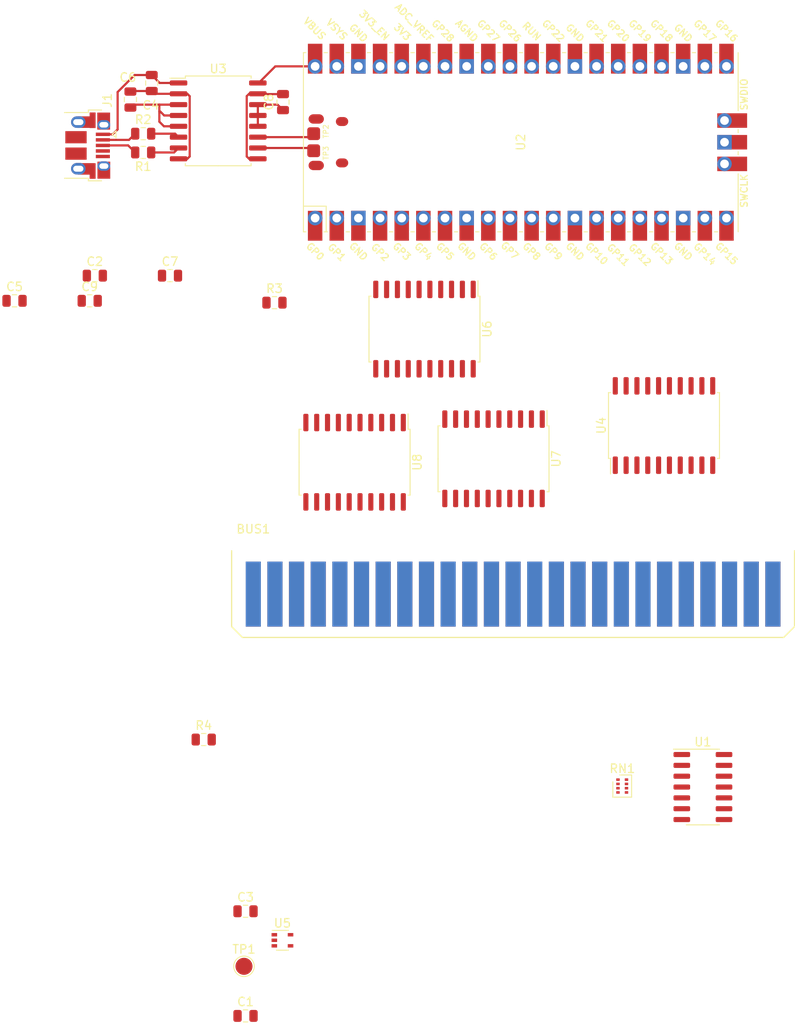
<source format=kicad_pcb>
(kicad_pcb (version 20171130) (host pcbnew 5.1.5+dfsg1-2build2)

  (general
    (thickness 1.6)
    (drawings 0)
    (tracks 53)
    (zones 0)
    (modules 25)
    (nets 122)
  )

  (page A4)
  (layers
    (0 F.Cu signal)
    (31 B.Cu signal)
    (32 B.Adhes user)
    (33 F.Adhes user)
    (34 B.Paste user)
    (35 F.Paste user)
    (36 B.SilkS user)
    (37 F.SilkS user)
    (38 B.Mask user)
    (39 F.Mask user)
    (40 Dwgs.User user)
    (41 Cmts.User user hide)
    (42 Eco1.User user)
    (43 Eco2.User user)
    (44 Edge.Cuts user)
    (45 Margin user)
    (46 B.CrtYd user)
    (47 F.CrtYd user)
    (48 B.Fab user)
    (49 F.Fab user hide)
  )

  (setup
    (last_trace_width 0.254)
    (user_trace_width 0.2032)
    (user_trace_width 0.254)
    (trace_clearance 0.1524)
    (zone_clearance 0.508)
    (zone_45_only no)
    (trace_min 0.1524)
    (via_size 0.508)
    (via_drill 0.254)
    (via_min_size 0.508)
    (via_min_drill 0.254)
    (uvia_size 0.3)
    (uvia_drill 0.1)
    (uvias_allowed no)
    (uvia_min_size 0.2)
    (uvia_min_drill 0.1)
    (edge_width 0.05)
    (segment_width 0.2)
    (pcb_text_width 0.3)
    (pcb_text_size 1.5 1.5)
    (mod_edge_width 0.12)
    (mod_text_size 1 1)
    (mod_text_width 0.15)
    (pad_size 1.524 1.524)
    (pad_drill 0.762)
    (pad_to_mask_clearance 0.0508)
    (solder_mask_min_width 0.1016)
    (aux_axis_origin 0 0)
    (visible_elements FFFFFF7F)
    (pcbplotparams
      (layerselection 0x010fc_ffffffff)
      (usegerberextensions false)
      (usegerberattributes false)
      (usegerberadvancedattributes false)
      (creategerberjobfile false)
      (excludeedgelayer true)
      (linewidth 0.100000)
      (plotframeref false)
      (viasonmask false)
      (mode 1)
      (useauxorigin false)
      (hpglpennumber 1)
      (hpglpenspeed 20)
      (hpglpendiameter 15.000000)
      (psnegative false)
      (psa4output false)
      (plotreference true)
      (plotvalue true)
      (plotinvisibletext false)
      (padsonsilk false)
      (subtractmaskfromsilk false)
      (outputformat 1)
      (mirror false)
      (drillshape 1)
      (scaleselection 1)
      (outputdirectory ""))
  )

  (net 0 "")
  (net 1 /~IOSEL~)
  (net 2 /A0)
  (net 3 /A1)
  (net 4 /A2)
  (net 5 /A3)
  (net 6 /A4)
  (net 7 /A5)
  (net 8 /A6)
  (net 9 /A7)
  (net 10 /A8)
  (net 11 /A9)
  (net 12 /A10)
  (net 13 /A11)
  (net 14 /A12)
  (net 15 /A13)
  (net 16 /A14)
  (net 17 /A15)
  (net 18 /R_~W~)
  (net 19 "Net-(BUS1-Pad19)")
  (net 20 /~STROBE~)
  (net 21 /RDY)
  (net 22 /~DMA~)
  (net 23 "Net-(BUS1-Pad23)")
  (net 24 "Net-(BUS1-Pad24)")
  (net 25 +5V)
  (net 26 "Net-(BUS1-Pad50)")
  (net 27 /D0)
  (net 28 /D1)
  (net 29 /D2)
  (net 30 /D3)
  (net 31 /D4)
  (net 32 /D5)
  (net 33 /D6)
  (net 34 /D7)
  (net 35 /~DEVSEL~)
  (net 36 "Net-(BUS1-Pad40)")
  (net 37 "Net-(BUS1-Pad39)")
  (net 38 /ϕ1)
  (net 39 "Net-(BUS1-Pad37)")
  (net 40 "Net-(BUS1-Pad36)")
  (net 41 "Net-(BUS1-Pad35)")
  (net 42 "Net-(BUS1-Pad34)")
  (net 43 "Net-(BUS1-Pad33)")
  (net 44 "Net-(BUS1-Pad32)")
  (net 45 "Net-(BUS1-Pad31)")
  (net 46 /~IRQ~)
  (net 47 /~NMI~)
  (net 48 GND)
  (net 49 "Net-(C6-Pad1)")
  (net 50 "Net-(C8-Pad1)")
  (net 51 "Net-(J1-Pad2)")
  (net 52 "Net-(J1-Pad3)")
  (net 53 "Net-(J1-Pad4)")
  (net 54 "Net-(R1-Pad1)")
  (net 55 "Net-(R2-Pad2)")
  (net 56 "Net-(R3-Pad1)")
  (net 57 +3V3)
  (net 58 "Net-(R4-Pad1)")
  (net 59 "Net-(RN1-Pad8)")
  (net 60 "Net-(RN1-Pad7)")
  (net 61 "Net-(RN1-Pad6)")
  (net 62 "Net-(RN1-Pad5)")
  (net 63 "Net-(U2-Pad1)")
  (net 64 "Net-(U2-Pad2)")
  (net 65 "Net-(U2-Pad4)")
  (net 66 "Net-(U2-Pad5)")
  (net 67 "Net-(U2-Pad6)")
  (net 68 "Net-(U2-Pad7)")
  (net 69 "Net-(U2-Pad9)")
  (net 70 "Net-(U2-Pad10)")
  (net 71 "Net-(U2-Pad11)")
  (net 72 "Net-(U2-Pad12)")
  (net 73 "Net-(U2-Pad14)")
  (net 74 "Net-(U2-Pad15)")
  (net 75 "Net-(U2-Pad16)")
  (net 76 "Net-(U2-Pad17)")
  (net 77 "Net-(U2-Pad19)")
  (net 78 "Net-(U2-Pad20)")
  (net 79 "Net-(U2-Pad21)")
  (net 80 "Net-(U2-Pad22)")
  (net 81 "Net-(U2-Pad24)")
  (net 82 "Net-(U2-Pad25)")
  (net 83 "Net-(U2-Pad26)")
  (net 84 "Net-(U2-Pad27)")
  (net 85 "Net-(U2-Pad29)")
  (net 86 "Net-(U2-Pad30)")
  (net 87 "Net-(U2-Pad31)")
  (net 88 "Net-(U2-Pad32)")
  (net 89 "Net-(U2-Pad34)")
  (net 90 "Net-(U2-Pad35)")
  (net 91 "Net-(U2-Pad37)")
  (net 92 "Net-(U2-Pad39)")
  (net 93 "Net-(U2-Pad41)")
  (net 94 "Net-(U2-Pad42)")
  (net 95 "Net-(U2-Pad43)")
  (net 96 /USB_DM)
  (net 97 /USB_DP)
  (net 98 "Net-(U4-Pad11)")
  (net 99 "Net-(U4-Pad12)")
  (net 100 "Net-(U4-Pad13)")
  (net 101 "Net-(U4-Pad14)")
  (net 102 "Net-(U4-Pad15)")
  (net 103 "Net-(U4-Pad16)")
  (net 104 "Net-(U4-Pad17)")
  (net 105 "Net-(U4-Pad18)")
  (net 106 "Net-(U5-Pad2)")
  (net 107 "Net-(U6-Pad19)")
  (net 108 "Net-(U6-Pad17)")
  (net 109 "Net-(U6-Pad12)")
  (net 110 "Net-(U6-Pad11)")
  (net 111 "Net-(U6-Pad8)")
  (net 112 "Net-(U7-Pad17)")
  (net 113 "Net-(U7-Pad11)")
  (net 114 "Net-(U7-Pad8)")
  (net 115 "Net-(U8-Pad8)")
  (net 116 "Net-(U8-Pad11)")
  (net 117 "Net-(U8-Pad12)")
  (net 118 "Net-(U8-Pad17)")
  (net 119 "Net-(U8-Pad19)")
  (net 120 /EXT_GND)
  (net 121 /EXT_V)

  (net_class Default "This is the default net class."
    (clearance 0.1524)
    (trace_width 0.1524)
    (via_dia 0.508)
    (via_drill 0.254)
    (uvia_dia 0.3)
    (uvia_drill 0.1)
    (add_net +3V3)
    (add_net +5V)
    (add_net /A0)
    (add_net /A1)
    (add_net /A10)
    (add_net /A11)
    (add_net /A12)
    (add_net /A13)
    (add_net /A14)
    (add_net /A15)
    (add_net /A2)
    (add_net /A3)
    (add_net /A4)
    (add_net /A5)
    (add_net /A6)
    (add_net /A7)
    (add_net /A8)
    (add_net /A9)
    (add_net /D0)
    (add_net /D1)
    (add_net /D2)
    (add_net /D3)
    (add_net /D4)
    (add_net /D5)
    (add_net /D6)
    (add_net /D7)
    (add_net /EXT_GND)
    (add_net /EXT_V)
    (add_net /RDY)
    (add_net /R_~W~)
    (add_net /USB_DM)
    (add_net /USB_DP)
    (add_net /~DEVSEL~)
    (add_net /~DMA~)
    (add_net /~IOSEL~)
    (add_net /~IRQ~)
    (add_net /~NMI~)
    (add_net /~STROBE~)
    (add_net /ϕ1)
    (add_net GND)
    (add_net "Net-(BUS1-Pad19)")
    (add_net "Net-(BUS1-Pad23)")
    (add_net "Net-(BUS1-Pad24)")
    (add_net "Net-(BUS1-Pad31)")
    (add_net "Net-(BUS1-Pad32)")
    (add_net "Net-(BUS1-Pad33)")
    (add_net "Net-(BUS1-Pad34)")
    (add_net "Net-(BUS1-Pad35)")
    (add_net "Net-(BUS1-Pad36)")
    (add_net "Net-(BUS1-Pad37)")
    (add_net "Net-(BUS1-Pad39)")
    (add_net "Net-(BUS1-Pad40)")
    (add_net "Net-(BUS1-Pad50)")
    (add_net "Net-(C6-Pad1)")
    (add_net "Net-(C8-Pad1)")
    (add_net "Net-(J1-Pad2)")
    (add_net "Net-(J1-Pad3)")
    (add_net "Net-(J1-Pad4)")
    (add_net "Net-(R1-Pad1)")
    (add_net "Net-(R2-Pad2)")
    (add_net "Net-(R3-Pad1)")
    (add_net "Net-(R4-Pad1)")
    (add_net "Net-(RN1-Pad5)")
    (add_net "Net-(RN1-Pad6)")
    (add_net "Net-(RN1-Pad7)")
    (add_net "Net-(RN1-Pad8)")
    (add_net "Net-(U2-Pad1)")
    (add_net "Net-(U2-Pad10)")
    (add_net "Net-(U2-Pad11)")
    (add_net "Net-(U2-Pad12)")
    (add_net "Net-(U2-Pad14)")
    (add_net "Net-(U2-Pad15)")
    (add_net "Net-(U2-Pad16)")
    (add_net "Net-(U2-Pad17)")
    (add_net "Net-(U2-Pad19)")
    (add_net "Net-(U2-Pad2)")
    (add_net "Net-(U2-Pad20)")
    (add_net "Net-(U2-Pad21)")
    (add_net "Net-(U2-Pad22)")
    (add_net "Net-(U2-Pad24)")
    (add_net "Net-(U2-Pad25)")
    (add_net "Net-(U2-Pad26)")
    (add_net "Net-(U2-Pad27)")
    (add_net "Net-(U2-Pad29)")
    (add_net "Net-(U2-Pad30)")
    (add_net "Net-(U2-Pad31)")
    (add_net "Net-(U2-Pad32)")
    (add_net "Net-(U2-Pad34)")
    (add_net "Net-(U2-Pad35)")
    (add_net "Net-(U2-Pad37)")
    (add_net "Net-(U2-Pad39)")
    (add_net "Net-(U2-Pad4)")
    (add_net "Net-(U2-Pad41)")
    (add_net "Net-(U2-Pad42)")
    (add_net "Net-(U2-Pad43)")
    (add_net "Net-(U2-Pad5)")
    (add_net "Net-(U2-Pad6)")
    (add_net "Net-(U2-Pad7)")
    (add_net "Net-(U2-Pad9)")
    (add_net "Net-(U4-Pad11)")
    (add_net "Net-(U4-Pad12)")
    (add_net "Net-(U4-Pad13)")
    (add_net "Net-(U4-Pad14)")
    (add_net "Net-(U4-Pad15)")
    (add_net "Net-(U4-Pad16)")
    (add_net "Net-(U4-Pad17)")
    (add_net "Net-(U4-Pad18)")
    (add_net "Net-(U5-Pad2)")
    (add_net "Net-(U6-Pad11)")
    (add_net "Net-(U6-Pad12)")
    (add_net "Net-(U6-Pad17)")
    (add_net "Net-(U6-Pad19)")
    (add_net "Net-(U6-Pad8)")
    (add_net "Net-(U7-Pad11)")
    (add_net "Net-(U7-Pad17)")
    (add_net "Net-(U7-Pad8)")
    (add_net "Net-(U8-Pad11)")
    (add_net "Net-(U8-Pad12)")
    (add_net "Net-(U8-Pad17)")
    (add_net "Net-(U8-Pad19)")
    (add_net "Net-(U8-Pad8)")
  )

  (net_class pwr ""
    (clearance 0.1524)
    (trace_width 0.2032)
    (via_dia 0.508)
    (via_drill 0.254)
    (uvia_dia 0.3)
    (uvia_drill 0.1)
  )

  (module Apple2_bus:BUS_A2 (layer F.Cu) (tedit 55C9BE9D) (tstamp 6039C427)
    (at 115.475001 44.855001)
    (descr "Connector Apple ][ Slot")
    (tags "CONN BUS APPLE ][")
    (path /6021F006)
    (fp_text reference BUS1 (at -22.86 -7.62) (layer F.SilkS)
      (effects (font (size 1 1) (thickness 0.15)))
    )
    (fp_text value A2_BUS (at 0 -7.62) (layer F.Fab)
      (effects (font (size 1 1) (thickness 0.15)))
    )
    (fp_line (start 40.64 3.81) (end 39.37 5.08) (layer F.SilkS) (width 0.15))
    (fp_line (start 39.37 5.08) (end -24.13 5.08) (layer F.SilkS) (width 0.15))
    (fp_line (start -24.13 5.08) (end -25.4 3.81) (layer F.SilkS) (width 0.15))
    (fp_line (start -25.4 3.81) (end -25.4 -5.08) (layer F.SilkS) (width 0.15))
    (fp_line (start 40.64 -5.08) (end 40.64 3.81) (layer F.SilkS) (width 0.15))
    (pad 1 connect rect (at -22.86 0 180) (size 1.778 7.62) (layers F.Cu F.Mask)
      (net 1 /~IOSEL~))
    (pad 2 connect rect (at -20.32 0 180) (size 1.778 7.62) (layers F.Cu F.Mask)
      (net 2 /A0))
    (pad 3 connect rect (at -17.78 0 180) (size 1.778 7.62) (layers F.Cu F.Mask)
      (net 3 /A1))
    (pad 4 connect rect (at -15.24 0 180) (size 1.778 7.62) (layers F.Cu F.Mask)
      (net 4 /A2))
    (pad 5 connect rect (at -12.7 0 180) (size 1.778 7.62) (layers F.Cu F.Mask)
      (net 5 /A3))
    (pad 6 connect rect (at -10.16 0 180) (size 1.778 7.62) (layers F.Cu F.Mask)
      (net 6 /A4))
    (pad 7 connect rect (at -7.62 0 180) (size 1.778 7.62) (layers F.Cu F.Mask)
      (net 7 /A5))
    (pad 8 connect rect (at -5.08 0 180) (size 1.778 7.62) (layers F.Cu F.Mask)
      (net 8 /A6))
    (pad 9 connect rect (at -2.54 0 180) (size 1.778 7.62) (layers F.Cu F.Mask)
      (net 9 /A7))
    (pad 10 connect rect (at 0 0 180) (size 1.778 7.62) (layers F.Cu F.Mask)
      (net 10 /A8))
    (pad 11 connect rect (at 2.54 0 180) (size 1.778 7.62) (layers F.Cu F.Mask)
      (net 11 /A9))
    (pad 12 connect rect (at 5.08 0 180) (size 1.778 7.62) (layers F.Cu F.Mask)
      (net 12 /A10))
    (pad 13 connect rect (at 7.62 0 180) (size 1.778 7.62) (layers F.Cu F.Mask)
      (net 13 /A11))
    (pad 14 connect rect (at 10.16 0 180) (size 1.778 7.62) (layers F.Cu F.Mask)
      (net 14 /A12))
    (pad 15 connect rect (at 12.7 0 180) (size 1.778 7.62) (layers F.Cu F.Mask)
      (net 15 /A13))
    (pad 16 connect rect (at 15.24 0 180) (size 1.778 7.62) (layers F.Cu F.Mask)
      (net 16 /A14))
    (pad 17 connect rect (at 17.78 0 180) (size 1.778 7.62) (layers F.Cu F.Mask)
      (net 17 /A15))
    (pad 18 connect rect (at 20.32 0 180) (size 1.778 7.62) (layers F.Cu F.Mask)
      (net 18 /R_~W~))
    (pad 19 connect rect (at 22.86 0 180) (size 1.778 7.62) (layers F.Cu F.Mask)
      (net 19 "Net-(BUS1-Pad19)"))
    (pad 20 connect rect (at 25.4 0 180) (size 1.778 7.62) (layers F.Cu F.Mask)
      (net 20 /~STROBE~))
    (pad 21 connect rect (at 27.94 0 180) (size 1.778 7.62) (layers F.Cu F.Mask)
      (net 21 /RDY))
    (pad 22 connect rect (at 30.48 0 180) (size 1.778 7.62) (layers F.Cu F.Mask)
      (net 22 /~DMA~))
    (pad 23 connect rect (at 33.02 0 180) (size 1.778 7.62) (layers F.Cu F.Mask)
      (net 23 "Net-(BUS1-Pad23)"))
    (pad 24 connect rect (at 35.56 0 180) (size 1.778 7.62) (layers F.Cu F.Mask)
      (net 24 "Net-(BUS1-Pad24)"))
    (pad 25 connect rect (at 38.1 0 180) (size 1.778 7.62) (layers F.Cu F.Mask)
      (net 25 +5V))
    (pad 50 connect rect (at -22.86 0 180) (size 1.778 7.62) (layers B.Cu B.Mask)
      (net 26 "Net-(BUS1-Pad50)"))
    (pad 49 connect rect (at -20.32 0 180) (size 1.778 7.62) (layers B.Cu B.Mask)
      (net 27 /D0))
    (pad 48 connect rect (at -17.78 0 180) (size 1.778 7.62) (layers B.Cu B.Mask)
      (net 28 /D1))
    (pad 47 connect rect (at -15.24 0 180) (size 1.778 7.62) (layers B.Cu B.Mask)
      (net 29 /D2))
    (pad 46 connect rect (at -12.7 0 180) (size 1.778 7.62) (layers B.Cu B.Mask)
      (net 30 /D3))
    (pad 45 connect rect (at -10.16 0 180) (size 1.778 7.62) (layers B.Cu B.Mask)
      (net 31 /D4))
    (pad 44 connect rect (at -7.62 0 180) (size 1.778 7.62) (layers B.Cu B.Mask)
      (net 32 /D5))
    (pad 43 connect rect (at -5.08 0 180) (size 1.778 7.62) (layers B.Cu B.Mask)
      (net 33 /D6))
    (pad 42 connect rect (at -2.54 0 180) (size 1.778 7.62) (layers B.Cu B.Mask)
      (net 34 /D7))
    (pad 41 connect rect (at 0 0 180) (size 1.778 7.62) (layers B.Cu B.Mask)
      (net 35 /~DEVSEL~))
    (pad 40 connect rect (at 2.54 0 180) (size 1.778 7.62) (layers B.Cu B.Mask)
      (net 36 "Net-(BUS1-Pad40)"))
    (pad 39 connect rect (at 5.08 0 180) (size 1.778 7.62) (layers B.Cu B.Mask)
      (net 37 "Net-(BUS1-Pad39)"))
    (pad 38 connect rect (at 7.62 0 180) (size 1.778 7.62) (layers B.Cu B.Mask)
      (net 38 /ϕ1))
    (pad 37 connect rect (at 10.16 0 180) (size 1.778 7.62) (layers B.Cu B.Mask)
      (net 39 "Net-(BUS1-Pad37)"))
    (pad 36 connect rect (at 12.7 0 180) (size 1.778 7.62) (layers B.Cu B.Mask)
      (net 40 "Net-(BUS1-Pad36)"))
    (pad 35 connect rect (at 15.24 0 180) (size 1.778 7.62) (layers B.Cu B.Mask)
      (net 41 "Net-(BUS1-Pad35)"))
    (pad 34 connect rect (at 17.78 0 180) (size 1.778 7.62) (layers B.Cu B.Mask)
      (net 42 "Net-(BUS1-Pad34)"))
    (pad 33 connect rect (at 20.32 0 180) (size 1.778 7.62) (layers B.Cu B.Mask)
      (net 43 "Net-(BUS1-Pad33)"))
    (pad 32 connect rect (at 22.86 0 180) (size 1.778 7.62) (layers B.Cu B.Mask)
      (net 44 "Net-(BUS1-Pad32)"))
    (pad 31 connect rect (at 25.4 0 180) (size 1.778 7.62) (layers B.Cu B.Mask)
      (net 45 "Net-(BUS1-Pad31)"))
    (pad 30 connect rect (at 27.94 0 180) (size 1.778 7.62) (layers B.Cu B.Mask)
      (net 46 /~IRQ~))
    (pad 29 connect rect (at 30.48 0 180) (size 1.778 7.62) (layers B.Cu B.Mask)
      (net 47 /~NMI~))
    (pad 28 connect rect (at 33.02 0 180) (size 1.778 7.62) (layers B.Cu B.Mask)
      (net 23 "Net-(BUS1-Pad23)"))
    (pad 27 connect rect (at 35.56 0 180) (size 1.778 7.62) (layers B.Cu B.Mask)
      (net 24 "Net-(BUS1-Pad24)"))
    (pad 26 connect rect (at 38.1 0 180) (size 1.778 7.62) (layers B.Cu B.Mask)
      (net 48 GND))
  )

  (module Capacitor_SMD:C_0805_2012Metric (layer F.Cu) (tedit 5B36C52B) (tstamp 6039C438)
    (at 91.705001 94.285001)
    (descr "Capacitor SMD 0805 (2012 Metric), square (rectangular) end terminal, IPC_7351 nominal, (Body size source: https://docs.google.com/spreadsheets/d/1BsfQQcO9C6DZCsRaXUlFlo91Tg2WpOkGARC1WS5S8t0/edit?usp=sharing), generated with kicad-footprint-generator")
    (tags capacitor)
    (path /60562804)
    (attr smd)
    (fp_text reference C1 (at 0 -1.65) (layer F.SilkS)
      (effects (font (size 1 1) (thickness 0.15)))
    )
    (fp_text value 0.1uF (at 0 1.65) (layer F.Fab)
      (effects (font (size 1 1) (thickness 0.15)))
    )
    (fp_line (start -1 0.6) (end -1 -0.6) (layer F.Fab) (width 0.1))
    (fp_line (start -1 -0.6) (end 1 -0.6) (layer F.Fab) (width 0.1))
    (fp_line (start 1 -0.6) (end 1 0.6) (layer F.Fab) (width 0.1))
    (fp_line (start 1 0.6) (end -1 0.6) (layer F.Fab) (width 0.1))
    (fp_line (start -0.258578 -0.71) (end 0.258578 -0.71) (layer F.SilkS) (width 0.12))
    (fp_line (start -0.258578 0.71) (end 0.258578 0.71) (layer F.SilkS) (width 0.12))
    (fp_line (start -1.68 0.95) (end -1.68 -0.95) (layer F.CrtYd) (width 0.05))
    (fp_line (start -1.68 -0.95) (end 1.68 -0.95) (layer F.CrtYd) (width 0.05))
    (fp_line (start 1.68 -0.95) (end 1.68 0.95) (layer F.CrtYd) (width 0.05))
    (fp_line (start 1.68 0.95) (end -1.68 0.95) (layer F.CrtYd) (width 0.05))
    (fp_text user %R (at 0 0) (layer F.Fab)
      (effects (font (size 0.5 0.5) (thickness 0.08)))
    )
    (pad 1 smd roundrect (at -0.9375 0) (size 0.975 1.4) (layers F.Cu F.Paste F.Mask) (roundrect_rratio 0.25)
      (net 48 GND))
    (pad 2 smd roundrect (at 0.9375 0) (size 0.975 1.4) (layers F.Cu F.Paste F.Mask) (roundrect_rratio 0.25)
      (net 25 +5V))
    (model ${KISYS3DMOD}/Capacitor_SMD.3dshapes/C_0805_2012Metric.wrl
      (at (xyz 0 0 0))
      (scale (xyz 1 1 1))
      (rotate (xyz 0 0 0))
    )
  )

  (module Capacitor_SMD:C_0805_2012Metric (layer F.Cu) (tedit 5B36C52B) (tstamp 6039C449)
    (at 74.025001 7.535001)
    (descr "Capacitor SMD 0805 (2012 Metric), square (rectangular) end terminal, IPC_7351 nominal, (Body size source: https://docs.google.com/spreadsheets/d/1BsfQQcO9C6DZCsRaXUlFlo91Tg2WpOkGARC1WS5S8t0/edit?usp=sharing), generated with kicad-footprint-generator")
    (tags capacitor)
    (path /60500F93)
    (attr smd)
    (fp_text reference C2 (at 0 -1.65) (layer F.SilkS)
      (effects (font (size 1 1) (thickness 0.15)))
    )
    (fp_text value 0.1uF (at 0 1.65) (layer F.Fab)
      (effects (font (size 1 1) (thickness 0.15)))
    )
    (fp_line (start -1 0.6) (end -1 -0.6) (layer F.Fab) (width 0.1))
    (fp_line (start -1 -0.6) (end 1 -0.6) (layer F.Fab) (width 0.1))
    (fp_line (start 1 -0.6) (end 1 0.6) (layer F.Fab) (width 0.1))
    (fp_line (start 1 0.6) (end -1 0.6) (layer F.Fab) (width 0.1))
    (fp_line (start -0.258578 -0.71) (end 0.258578 -0.71) (layer F.SilkS) (width 0.12))
    (fp_line (start -0.258578 0.71) (end 0.258578 0.71) (layer F.SilkS) (width 0.12))
    (fp_line (start -1.68 0.95) (end -1.68 -0.95) (layer F.CrtYd) (width 0.05))
    (fp_line (start -1.68 -0.95) (end 1.68 -0.95) (layer F.CrtYd) (width 0.05))
    (fp_line (start 1.68 -0.95) (end 1.68 0.95) (layer F.CrtYd) (width 0.05))
    (fp_line (start 1.68 0.95) (end -1.68 0.95) (layer F.CrtYd) (width 0.05))
    (fp_text user %R (at 0 0) (layer F.Fab)
      (effects (font (size 0.5 0.5) (thickness 0.08)))
    )
    (pad 1 smd roundrect (at -0.9375 0) (size 0.975 1.4) (layers F.Cu F.Paste F.Mask) (roundrect_rratio 0.25)
      (net 48 GND))
    (pad 2 smd roundrect (at 0.9375 0) (size 0.975 1.4) (layers F.Cu F.Paste F.Mask) (roundrect_rratio 0.25)
      (net 25 +5V))
    (model ${KISYS3DMOD}/Capacitor_SMD.3dshapes/C_0805_2012Metric.wrl
      (at (xyz 0 0 0))
      (scale (xyz 1 1 1))
      (rotate (xyz 0 0 0))
    )
  )

  (module Capacitor_SMD:C_0805_2012Metric (layer F.Cu) (tedit 5B36C52B) (tstamp 6039C45A)
    (at 91.705001 82.025001)
    (descr "Capacitor SMD 0805 (2012 Metric), square (rectangular) end terminal, IPC_7351 nominal, (Body size source: https://docs.google.com/spreadsheets/d/1BsfQQcO9C6DZCsRaXUlFlo91Tg2WpOkGARC1WS5S8t0/edit?usp=sharing), generated with kicad-footprint-generator")
    (tags capacitor)
    (path /6052B3B1)
    (attr smd)
    (fp_text reference C3 (at 0 -1.65) (layer F.SilkS)
      (effects (font (size 1 1) (thickness 0.15)))
    )
    (fp_text value 0.1uF (at 0 1.65) (layer F.Fab)
      (effects (font (size 1 1) (thickness 0.15)))
    )
    (fp_text user %R (at 0 0) (layer F.Fab)
      (effects (font (size 0.5 0.5) (thickness 0.08)))
    )
    (fp_line (start 1.68 0.95) (end -1.68 0.95) (layer F.CrtYd) (width 0.05))
    (fp_line (start 1.68 -0.95) (end 1.68 0.95) (layer F.CrtYd) (width 0.05))
    (fp_line (start -1.68 -0.95) (end 1.68 -0.95) (layer F.CrtYd) (width 0.05))
    (fp_line (start -1.68 0.95) (end -1.68 -0.95) (layer F.CrtYd) (width 0.05))
    (fp_line (start -0.258578 0.71) (end 0.258578 0.71) (layer F.SilkS) (width 0.12))
    (fp_line (start -0.258578 -0.71) (end 0.258578 -0.71) (layer F.SilkS) (width 0.12))
    (fp_line (start 1 0.6) (end -1 0.6) (layer F.Fab) (width 0.1))
    (fp_line (start 1 -0.6) (end 1 0.6) (layer F.Fab) (width 0.1))
    (fp_line (start -1 -0.6) (end 1 -0.6) (layer F.Fab) (width 0.1))
    (fp_line (start -1 0.6) (end -1 -0.6) (layer F.Fab) (width 0.1))
    (pad 2 smd roundrect (at 0.9375 0) (size 0.975 1.4) (layers F.Cu F.Paste F.Mask) (roundrect_rratio 0.25)
      (net 25 +5V))
    (pad 1 smd roundrect (at -0.9375 0) (size 0.975 1.4) (layers F.Cu F.Paste F.Mask) (roundrect_rratio 0.25)
      (net 48 GND))
    (model ${KISYS3DMOD}/Capacitor_SMD.3dshapes/C_0805_2012Metric.wrl
      (at (xyz 0 0 0))
      (scale (xyz 1 1 1))
      (rotate (xyz 0 0 0))
    )
  )

  (module Capacitor_SMD:C_0805_2012Metric (layer F.Cu) (tedit 5B36C52B) (tstamp 603BBFD9)
    (at 80.7 -15.0375 270)
    (descr "Capacitor SMD 0805 (2012 Metric), square (rectangular) end terminal, IPC_7351 nominal, (Body size source: https://docs.google.com/spreadsheets/d/1BsfQQcO9C6DZCsRaXUlFlo91Tg2WpOkGARC1WS5S8t0/edit?usp=sharing), generated with kicad-footprint-generator")
    (tags capacitor)
    (path /602C416B)
    (attr smd)
    (fp_text reference C4 (at 2.6 0.1 180) (layer F.SilkS)
      (effects (font (size 1 1) (thickness 0.15)))
    )
    (fp_text value 0.1uF (at -2.5 -0.4 180) (layer F.Fab)
      (effects (font (size 1 1) (thickness 0.15)))
    )
    (fp_text user %R (at 0 0 90) (layer F.Fab)
      (effects (font (size 0.5 0.5) (thickness 0.08)))
    )
    (fp_line (start 1.68 0.95) (end -1.68 0.95) (layer F.CrtYd) (width 0.05))
    (fp_line (start 1.68 -0.95) (end 1.68 0.95) (layer F.CrtYd) (width 0.05))
    (fp_line (start -1.68 -0.95) (end 1.68 -0.95) (layer F.CrtYd) (width 0.05))
    (fp_line (start -1.68 0.95) (end -1.68 -0.95) (layer F.CrtYd) (width 0.05))
    (fp_line (start -0.258578 0.71) (end 0.258578 0.71) (layer F.SilkS) (width 0.12))
    (fp_line (start -0.258578 -0.71) (end 0.258578 -0.71) (layer F.SilkS) (width 0.12))
    (fp_line (start 1 0.6) (end -1 0.6) (layer F.Fab) (width 0.1))
    (fp_line (start 1 -0.6) (end 1 0.6) (layer F.Fab) (width 0.1))
    (fp_line (start -1 -0.6) (end 1 -0.6) (layer F.Fab) (width 0.1))
    (fp_line (start -1 0.6) (end -1 -0.6) (layer F.Fab) (width 0.1))
    (pad 2 smd roundrect (at 0.9375 0 270) (size 0.975 1.4) (layers F.Cu F.Paste F.Mask) (roundrect_rratio 0.25)
      (net 120 /EXT_GND))
    (pad 1 smd roundrect (at -0.9375 0 270) (size 0.975 1.4) (layers F.Cu F.Paste F.Mask) (roundrect_rratio 0.25)
      (net 121 /EXT_V))
    (model ${KISYS3DMOD}/Capacitor_SMD.3dshapes/C_0805_2012Metric.wrl
      (at (xyz 0 0 0))
      (scale (xyz 1 1 1))
      (rotate (xyz 0 0 0))
    )
  )

  (module Capacitor_SMD:C_0805_2012Metric (layer F.Cu) (tedit 5B36C52B) (tstamp 6039C47C)
    (at 64.605001 10.485001)
    (descr "Capacitor SMD 0805 (2012 Metric), square (rectangular) end terminal, IPC_7351 nominal, (Body size source: https://docs.google.com/spreadsheets/d/1BsfQQcO9C6DZCsRaXUlFlo91Tg2WpOkGARC1WS5S8t0/edit?usp=sharing), generated with kicad-footprint-generator")
    (tags capacitor)
    (path /6052B820)
    (attr smd)
    (fp_text reference C5 (at 0 -1.65) (layer F.SilkS)
      (effects (font (size 1 1) (thickness 0.15)))
    )
    (fp_text value 0.1uF (at 0 1.65) (layer F.Fab)
      (effects (font (size 1 1) (thickness 0.15)))
    )
    (fp_line (start -1 0.6) (end -1 -0.6) (layer F.Fab) (width 0.1))
    (fp_line (start -1 -0.6) (end 1 -0.6) (layer F.Fab) (width 0.1))
    (fp_line (start 1 -0.6) (end 1 0.6) (layer F.Fab) (width 0.1))
    (fp_line (start 1 0.6) (end -1 0.6) (layer F.Fab) (width 0.1))
    (fp_line (start -0.258578 -0.71) (end 0.258578 -0.71) (layer F.SilkS) (width 0.12))
    (fp_line (start -0.258578 0.71) (end 0.258578 0.71) (layer F.SilkS) (width 0.12))
    (fp_line (start -1.68 0.95) (end -1.68 -0.95) (layer F.CrtYd) (width 0.05))
    (fp_line (start -1.68 -0.95) (end 1.68 -0.95) (layer F.CrtYd) (width 0.05))
    (fp_line (start 1.68 -0.95) (end 1.68 0.95) (layer F.CrtYd) (width 0.05))
    (fp_line (start 1.68 0.95) (end -1.68 0.95) (layer F.CrtYd) (width 0.05))
    (fp_text user %R (at 0 0) (layer F.Fab)
      (effects (font (size 0.5 0.5) (thickness 0.08)))
    )
    (pad 1 smd roundrect (at -0.9375 0) (size 0.975 1.4) (layers F.Cu F.Paste F.Mask) (roundrect_rratio 0.25)
      (net 48 GND))
    (pad 2 smd roundrect (at 0.9375 0) (size 0.975 1.4) (layers F.Cu F.Paste F.Mask) (roundrect_rratio 0.25)
      (net 25 +5V))
    (model ${KISYS3DMOD}/Capacitor_SMD.3dshapes/C_0805_2012Metric.wrl
      (at (xyz 0 0 0))
      (scale (xyz 1 1 1))
      (rotate (xyz 0 0 0))
    )
  )

  (module Capacitor_SMD:C_0805_2012Metric (layer F.Cu) (tedit 5B36C52B) (tstamp 6039C48D)
    (at 78.2 -13.1 90)
    (descr "Capacitor SMD 0805 (2012 Metric), square (rectangular) end terminal, IPC_7351 nominal, (Body size source: https://docs.google.com/spreadsheets/d/1BsfQQcO9C6DZCsRaXUlFlo91Tg2WpOkGARC1WS5S8t0/edit?usp=sharing), generated with kicad-footprint-generator")
    (tags capacitor)
    (path /602C5978)
    (attr smd)
    (fp_text reference C6 (at 2.6 -0.3 180) (layer F.SilkS)
      (effects (font (size 1 1) (thickness 0.15)))
    )
    (fp_text value 0.1uF (at 4.1 -0.3 180) (layer F.Fab)
      (effects (font (size 1 1) (thickness 0.15)))
    )
    (fp_line (start -1 0.6) (end -1 -0.6) (layer F.Fab) (width 0.1))
    (fp_line (start -1 -0.6) (end 1 -0.6) (layer F.Fab) (width 0.1))
    (fp_line (start 1 -0.6) (end 1 0.6) (layer F.Fab) (width 0.1))
    (fp_line (start 1 0.6) (end -1 0.6) (layer F.Fab) (width 0.1))
    (fp_line (start -0.258578 -0.71) (end 0.258578 -0.71) (layer F.SilkS) (width 0.12))
    (fp_line (start -0.258578 0.71) (end 0.258578 0.71) (layer F.SilkS) (width 0.12))
    (fp_line (start -1.68 0.95) (end -1.68 -0.95) (layer F.CrtYd) (width 0.05))
    (fp_line (start -1.68 -0.95) (end 1.68 -0.95) (layer F.CrtYd) (width 0.05))
    (fp_line (start 1.68 -0.95) (end 1.68 0.95) (layer F.CrtYd) (width 0.05))
    (fp_line (start 1.68 0.95) (end -1.68 0.95) (layer F.CrtYd) (width 0.05))
    (fp_text user %R (at 0 0 90) (layer F.Fab)
      (effects (font (size 0.5 0.5) (thickness 0.08)))
    )
    (pad 1 smd roundrect (at -0.9375 0 90) (size 0.975 1.4) (layers F.Cu F.Paste F.Mask) (roundrect_rratio 0.25)
      (net 49 "Net-(C6-Pad1)"))
    (pad 2 smd roundrect (at 0.9375 0 90) (size 0.975 1.4) (layers F.Cu F.Paste F.Mask) (roundrect_rratio 0.25)
      (net 120 /EXT_GND))
    (model ${KISYS3DMOD}/Capacitor_SMD.3dshapes/C_0805_2012Metric.wrl
      (at (xyz 0 0 0))
      (scale (xyz 1 1 1))
      (rotate (xyz 0 0 0))
    )
  )

  (module Capacitor_SMD:C_0805_2012Metric (layer F.Cu) (tedit 5B36C52B) (tstamp 6039C49E)
    (at 82.845001 7.535001)
    (descr "Capacitor SMD 0805 (2012 Metric), square (rectangular) end terminal, IPC_7351 nominal, (Body size source: https://docs.google.com/spreadsheets/d/1BsfQQcO9C6DZCsRaXUlFlo91Tg2WpOkGARC1WS5S8t0/edit?usp=sharing), generated with kicad-footprint-generator")
    (tags capacitor)
    (path /6052BB7F)
    (attr smd)
    (fp_text reference C7 (at 0 -1.65) (layer F.SilkS)
      (effects (font (size 1 1) (thickness 0.15)))
    )
    (fp_text value 0.1uF (at 0 1.65) (layer F.Fab)
      (effects (font (size 1 1) (thickness 0.15)))
    )
    (fp_text user %R (at 0 0) (layer F.Fab)
      (effects (font (size 0.5 0.5) (thickness 0.08)))
    )
    (fp_line (start 1.68 0.95) (end -1.68 0.95) (layer F.CrtYd) (width 0.05))
    (fp_line (start 1.68 -0.95) (end 1.68 0.95) (layer F.CrtYd) (width 0.05))
    (fp_line (start -1.68 -0.95) (end 1.68 -0.95) (layer F.CrtYd) (width 0.05))
    (fp_line (start -1.68 0.95) (end -1.68 -0.95) (layer F.CrtYd) (width 0.05))
    (fp_line (start -0.258578 0.71) (end 0.258578 0.71) (layer F.SilkS) (width 0.12))
    (fp_line (start -0.258578 -0.71) (end 0.258578 -0.71) (layer F.SilkS) (width 0.12))
    (fp_line (start 1 0.6) (end -1 0.6) (layer F.Fab) (width 0.1))
    (fp_line (start 1 -0.6) (end 1 0.6) (layer F.Fab) (width 0.1))
    (fp_line (start -1 -0.6) (end 1 -0.6) (layer F.Fab) (width 0.1))
    (fp_line (start -1 0.6) (end -1 -0.6) (layer F.Fab) (width 0.1))
    (pad 2 smd roundrect (at 0.9375 0) (size 0.975 1.4) (layers F.Cu F.Paste F.Mask) (roundrect_rratio 0.25)
      (net 25 +5V))
    (pad 1 smd roundrect (at -0.9375 0) (size 0.975 1.4) (layers F.Cu F.Paste F.Mask) (roundrect_rratio 0.25)
      (net 48 GND))
    (model ${KISYS3DMOD}/Capacitor_SMD.3dshapes/C_0805_2012Metric.wrl
      (at (xyz 0 0 0))
      (scale (xyz 1 1 1))
      (rotate (xyz 0 0 0))
    )
  )

  (module Capacitor_SMD:C_0805_2012Metric (layer F.Cu) (tedit 5B36C52B) (tstamp 6039C4AF)
    (at 96.1 -12.8 90)
    (descr "Capacitor SMD 0805 (2012 Metric), square (rectangular) end terminal, IPC_7351 nominal, (Body size source: https://docs.google.com/spreadsheets/d/1BsfQQcO9C6DZCsRaXUlFlo91Tg2WpOkGARC1WS5S8t0/edit?usp=sharing), generated with kicad-footprint-generator")
    (tags capacitor)
    (path /602C8DE8)
    (attr smd)
    (fp_text reference C8 (at 0 -1.65 90) (layer F.SilkS)
      (effects (font (size 1 1) (thickness 0.15)))
    )
    (fp_text value 0.1uF (at 0 1.65 90) (layer F.Fab)
      (effects (font (size 1 1) (thickness 0.15)))
    )
    (fp_line (start -1 0.6) (end -1 -0.6) (layer F.Fab) (width 0.1))
    (fp_line (start -1 -0.6) (end 1 -0.6) (layer F.Fab) (width 0.1))
    (fp_line (start 1 -0.6) (end 1 0.6) (layer F.Fab) (width 0.1))
    (fp_line (start 1 0.6) (end -1 0.6) (layer F.Fab) (width 0.1))
    (fp_line (start -0.258578 -0.71) (end 0.258578 -0.71) (layer F.SilkS) (width 0.12))
    (fp_line (start -0.258578 0.71) (end 0.258578 0.71) (layer F.SilkS) (width 0.12))
    (fp_line (start -1.68 0.95) (end -1.68 -0.95) (layer F.CrtYd) (width 0.05))
    (fp_line (start -1.68 -0.95) (end 1.68 -0.95) (layer F.CrtYd) (width 0.05))
    (fp_line (start 1.68 -0.95) (end 1.68 0.95) (layer F.CrtYd) (width 0.05))
    (fp_line (start 1.68 0.95) (end -1.68 0.95) (layer F.CrtYd) (width 0.05))
    (fp_text user %R (at 0 0 90) (layer F.Fab)
      (effects (font (size 0.5 0.5) (thickness 0.08)))
    )
    (pad 1 smd roundrect (at -0.9375 0 90) (size 0.975 1.4) (layers F.Cu F.Paste F.Mask) (roundrect_rratio 0.25)
      (net 50 "Net-(C8-Pad1)"))
    (pad 2 smd roundrect (at 0.9375 0 90) (size 0.975 1.4) (layers F.Cu F.Paste F.Mask) (roundrect_rratio 0.25)
      (net 48 GND))
    (model ${KISYS3DMOD}/Capacitor_SMD.3dshapes/C_0805_2012Metric.wrl
      (at (xyz 0 0 0))
      (scale (xyz 1 1 1))
      (rotate (xyz 0 0 0))
    )
  )

  (module Capacitor_SMD:C_0805_2012Metric (layer F.Cu) (tedit 5B36C52B) (tstamp 6039C4C0)
    (at 73.425001 10.485001)
    (descr "Capacitor SMD 0805 (2012 Metric), square (rectangular) end terminal, IPC_7351 nominal, (Body size source: https://docs.google.com/spreadsheets/d/1BsfQQcO9C6DZCsRaXUlFlo91Tg2WpOkGARC1WS5S8t0/edit?usp=sharing), generated with kicad-footprint-generator")
    (tags capacitor)
    (path /602C726F)
    (attr smd)
    (fp_text reference C9 (at 0 -1.65) (layer F.SilkS)
      (effects (font (size 1 1) (thickness 0.15)))
    )
    (fp_text value 0.1uF (at 0 1.65) (layer F.Fab)
      (effects (font (size 1 1) (thickness 0.15)))
    )
    (fp_text user %R (at 0 0) (layer F.Fab)
      (effects (font (size 0.5 0.5) (thickness 0.08)))
    )
    (fp_line (start 1.68 0.95) (end -1.68 0.95) (layer F.CrtYd) (width 0.05))
    (fp_line (start 1.68 -0.95) (end 1.68 0.95) (layer F.CrtYd) (width 0.05))
    (fp_line (start -1.68 -0.95) (end 1.68 -0.95) (layer F.CrtYd) (width 0.05))
    (fp_line (start -1.68 0.95) (end -1.68 -0.95) (layer F.CrtYd) (width 0.05))
    (fp_line (start -0.258578 0.71) (end 0.258578 0.71) (layer F.SilkS) (width 0.12))
    (fp_line (start -0.258578 -0.71) (end 0.258578 -0.71) (layer F.SilkS) (width 0.12))
    (fp_line (start 1 0.6) (end -1 0.6) (layer F.Fab) (width 0.1))
    (fp_line (start 1 -0.6) (end 1 0.6) (layer F.Fab) (width 0.1))
    (fp_line (start -1 -0.6) (end 1 -0.6) (layer F.Fab) (width 0.1))
    (fp_line (start -1 0.6) (end -1 -0.6) (layer F.Fab) (width 0.1))
    (pad 2 smd roundrect (at 0.9375 0) (size 0.975 1.4) (layers F.Cu F.Paste F.Mask) (roundrect_rratio 0.25)
      (net 48 GND))
    (pad 1 smd roundrect (at -0.9375 0) (size 0.975 1.4) (layers F.Cu F.Paste F.Mask) (roundrect_rratio 0.25)
      (net 25 +5V))
    (model ${KISYS3DMOD}/Capacitor_SMD.3dshapes/C_0805_2012Metric.wrl
      (at (xyz 0 0 0))
      (scale (xyz 1 1 1))
      (rotate (xyz 0 0 0))
    )
  )

  (module Connector_USB:USB_Micro-B_Amphenol_10103594-0001LF_Horizontal (layer F.Cu) (tedit 5A1DC0BD) (tstamp 603C724C)
    (at 73.2 -7.7 270)
    (descr "Micro USB Type B 10103594-0001LF, http://cdn.amphenol-icc.com/media/wysiwyg/files/drawing/10103594.pdf")
    (tags "USB USB_B USB_micro USB_OTG")
    (path /602B6EE7)
    (attr smd)
    (fp_text reference J1 (at -5.3 -2.3 90) (layer F.SilkS)
      (effects (font (size 1 1) (thickness 0.15)))
    )
    (fp_text value USB_B_Micro (at -0.025 4.435 90) (layer F.Fab)
      (effects (font (size 1 1) (thickness 0.15)))
    )
    (fp_text user "PCB edge" (at -0.025 2.235 90) (layer Dwgs.User)
      (effects (font (size 0.5 0.5) (thickness 0.075)))
    )
    (fp_text user %R (at -0.025 -0.015 90) (layer F.Fab)
      (effects (font (size 1 1) (thickness 0.15)))
    )
    (fp_line (start -4.175 -0.065) (end -4.175 -1.615) (layer F.SilkS) (width 0.12))
    (fp_line (start -4.175 -0.065) (end -3.875 -0.065) (layer F.SilkS) (width 0.12))
    (fp_line (start -3.875 2.735) (end -3.875 -0.065) (layer F.SilkS) (width 0.12))
    (fp_line (start 4.125 -0.065) (end 4.125 -1.615) (layer F.SilkS) (width 0.12))
    (fp_line (start 3.825 -0.065) (end 4.125 -0.065) (layer F.SilkS) (width 0.12))
    (fp_line (start 3.825 2.735) (end 3.825 -0.065) (layer F.SilkS) (width 0.12))
    (fp_line (start -0.925 -3.315) (end -1.325 -2.865) (layer F.SilkS) (width 0.12))
    (fp_line (start -1.725 -3.315) (end -0.925 -3.315) (layer F.SilkS) (width 0.12))
    (fp_line (start -1.325 -2.865) (end -1.725 -3.315) (layer F.SilkS) (width 0.12))
    (fp_line (start -3.775 -0.865) (end -2.975 -1.615) (layer F.Fab) (width 0.12))
    (fp_line (start 3.725 3.335) (end -3.775 3.335) (layer F.Fab) (width 0.12))
    (fp_line (start 3.725 -1.615) (end 3.725 3.335) (layer F.Fab) (width 0.12))
    (fp_line (start -2.975 -1.615) (end 3.725 -1.615) (layer F.Fab) (width 0.12))
    (fp_line (start -3.775 3.335) (end -3.775 -0.865) (layer F.Fab) (width 0.12))
    (fp_line (start -4.025 2.835) (end 3.975 2.835) (layer Dwgs.User) (width 0.1))
    (fp_line (start -4.13 -2.88) (end 4.14 -2.88) (layer F.CrtYd) (width 0.05))
    (fp_line (start -4.13 -2.88) (end -4.13 3.58) (layer F.CrtYd) (width 0.05))
    (fp_line (start 4.14 3.58) (end 4.14 -2.88) (layer F.CrtYd) (width 0.05))
    (fp_line (start 4.14 3.58) (end -4.13 3.58) (layer F.CrtYd) (width 0.05))
    (pad 6 smd rect (at 2.725 0.185 270) (size 1.35 2) (layers F.Cu F.Paste F.Mask)
      (net 120 /EXT_GND))
    (pad 6 smd rect (at -2.755 0.185 270) (size 1.35 2) (layers F.Cu F.Paste F.Mask)
      (net 120 /EXT_GND))
    (pad 6 smd rect (at -2.975 -0.565 270) (size 1.825 0.7) (layers F.Cu F.Paste F.Mask)
      (net 120 /EXT_GND))
    (pad 6 smd rect (at 2.975 -0.565 270) (size 1.825 0.7) (layers F.Cu F.Paste F.Mask)
      (net 120 /EXT_GND))
    (pad 6 smd rect (at -2.875 -1.865 270) (size 2 1.5) (layers F.Cu F.Paste F.Mask)
      (net 120 /EXT_GND))
    (pad 6 smd rect (at 2.875 -1.885 270) (size 2 1.5) (layers F.Cu F.Paste F.Mask)
      (net 120 /EXT_GND))
    (pad 1 smd rect (at -1.325 -1.765) (size 1.65 0.4) (layers F.Cu F.Paste F.Mask)
      (net 121 /EXT_V))
    (pad 2 smd rect (at -0.675 -1.765) (size 1.65 0.4) (layers F.Cu F.Paste F.Mask)
      (net 51 "Net-(J1-Pad2)"))
    (pad 3 smd rect (at -0.025 -1.765) (size 1.65 0.4) (layers F.Cu F.Paste F.Mask)
      (net 52 "Net-(J1-Pad3)"))
    (pad 4 smd rect (at 0.625 -1.765) (size 1.65 0.4) (layers F.Cu F.Paste F.Mask)
      (net 53 "Net-(J1-Pad4)"))
    (pad 5 smd rect (at 1.275 -1.765) (size 1.65 0.4) (layers F.Cu F.Paste F.Mask)
      (net 120 /EXT_GND))
    (pad 6 thru_hole oval (at -2.445 -1.885) (size 1.5 1.1) (drill oval 1.05 0.65) (layers *.Cu *.Mask)
      (net 120 /EXT_GND))
    (pad 6 thru_hole oval (at 2.395 -1.885) (size 1.5 1.1) (drill oval 1.05 0.65) (layers *.Cu *.Mask)
      (net 120 /EXT_GND))
    (pad 6 thru_hole oval (at -2.755 1.115) (size 1.7 1.35) (drill oval 1.2 0.7) (layers *.Cu *.Mask)
      (net 120 /EXT_GND))
    (pad 6 thru_hole oval (at 2.705 1.115) (size 1.7 1.35) (drill oval 1.2 0.7) (layers *.Cu *.Mask)
      (net 120 /EXT_GND))
    (pad 6 smd rect (at -0.985 1.385) (size 2.5 1.43) (layers F.Cu F.Paste F.Mask)
      (net 120 /EXT_GND))
    (pad 6 smd rect (at 0.935 1.385) (size 2.5 1.43) (layers F.Cu F.Paste F.Mask)
      (net 120 /EXT_GND))
    (model ${KISYS3DMOD}/Connector_USB.3dshapes/USB_Micro-B_Amphenol_10103594-0001LF_Horizontal.wrl
      (at (xyz 0 0 0))
      (scale (xyz 1 1 1))
      (rotate (xyz 0 0 0))
    )
  )

  (module Resistor_SMD:R_0805_2012Metric (layer F.Cu) (tedit 5B36C52B) (tstamp 603BC2AC)
    (at 79.7 -6.9 180)
    (descr "Resistor SMD 0805 (2012 Metric), square (rectangular) end terminal, IPC_7351 nominal, (Body size source: https://docs.google.com/spreadsheets/d/1BsfQQcO9C6DZCsRaXUlFlo91Tg2WpOkGARC1WS5S8t0/edit?usp=sharing), generated with kicad-footprint-generator")
    (tags resistor)
    (path /6029B013)
    (attr smd)
    (fp_text reference R1 (at 0 -1.65) (layer F.SilkS)
      (effects (font (size 1 1) (thickness 0.15)))
    )
    (fp_text value 24R (at 0 1.65) (layer F.Fab)
      (effects (font (size 1 1) (thickness 0.15)))
    )
    (fp_line (start -1 0.6) (end -1 -0.6) (layer F.Fab) (width 0.1))
    (fp_line (start -1 -0.6) (end 1 -0.6) (layer F.Fab) (width 0.1))
    (fp_line (start 1 -0.6) (end 1 0.6) (layer F.Fab) (width 0.1))
    (fp_line (start 1 0.6) (end -1 0.6) (layer F.Fab) (width 0.1))
    (fp_line (start -0.258578 -0.71) (end 0.258578 -0.71) (layer F.SilkS) (width 0.12))
    (fp_line (start -0.258578 0.71) (end 0.258578 0.71) (layer F.SilkS) (width 0.12))
    (fp_line (start -1.68 0.95) (end -1.68 -0.95) (layer F.CrtYd) (width 0.05))
    (fp_line (start -1.68 -0.95) (end 1.68 -0.95) (layer F.CrtYd) (width 0.05))
    (fp_line (start 1.68 -0.95) (end 1.68 0.95) (layer F.CrtYd) (width 0.05))
    (fp_line (start 1.68 0.95) (end -1.68 0.95) (layer F.CrtYd) (width 0.05))
    (fp_text user %R (at 0 0) (layer F.Fab)
      (effects (font (size 0.5 0.5) (thickness 0.08)))
    )
    (pad 1 smd roundrect (at -0.9375 0 180) (size 0.975 1.4) (layers F.Cu F.Paste F.Mask) (roundrect_rratio 0.25)
      (net 54 "Net-(R1-Pad1)"))
    (pad 2 smd roundrect (at 0.9375 0 180) (size 0.975 1.4) (layers F.Cu F.Paste F.Mask) (roundrect_rratio 0.25)
      (net 52 "Net-(J1-Pad3)"))
    (model ${KISYS3DMOD}/Resistor_SMD.3dshapes/R_0805_2012Metric.wrl
      (at (xyz 0 0 0))
      (scale (xyz 1 1 1))
      (rotate (xyz 0 0 0))
    )
  )

  (module Resistor_SMD:R_0805_2012Metric (layer F.Cu) (tedit 5B36C52B) (tstamp 6039C50C)
    (at 79.7 -9.1)
    (descr "Resistor SMD 0805 (2012 Metric), square (rectangular) end terminal, IPC_7351 nominal, (Body size source: https://docs.google.com/spreadsheets/d/1BsfQQcO9C6DZCsRaXUlFlo91Tg2WpOkGARC1WS5S8t0/edit?usp=sharing), generated with kicad-footprint-generator")
    (tags resistor)
    (path /6029CA0D)
    (attr smd)
    (fp_text reference R2 (at 0 -1.65) (layer F.SilkS)
      (effects (font (size 1 1) (thickness 0.15)))
    )
    (fp_text value 24R (at 0 1.65) (layer F.Fab)
      (effects (font (size 1 1) (thickness 0.15)))
    )
    (fp_text user %R (at 0 0) (layer F.Fab)
      (effects (font (size 0.5 0.5) (thickness 0.08)))
    )
    (fp_line (start 1.68 0.95) (end -1.68 0.95) (layer F.CrtYd) (width 0.05))
    (fp_line (start 1.68 -0.95) (end 1.68 0.95) (layer F.CrtYd) (width 0.05))
    (fp_line (start -1.68 -0.95) (end 1.68 -0.95) (layer F.CrtYd) (width 0.05))
    (fp_line (start -1.68 0.95) (end -1.68 -0.95) (layer F.CrtYd) (width 0.05))
    (fp_line (start -0.258578 0.71) (end 0.258578 0.71) (layer F.SilkS) (width 0.12))
    (fp_line (start -0.258578 -0.71) (end 0.258578 -0.71) (layer F.SilkS) (width 0.12))
    (fp_line (start 1 0.6) (end -1 0.6) (layer F.Fab) (width 0.1))
    (fp_line (start 1 -0.6) (end 1 0.6) (layer F.Fab) (width 0.1))
    (fp_line (start -1 -0.6) (end 1 -0.6) (layer F.Fab) (width 0.1))
    (fp_line (start -1 0.6) (end -1 -0.6) (layer F.Fab) (width 0.1))
    (pad 2 smd roundrect (at 0.9375 0) (size 0.975 1.4) (layers F.Cu F.Paste F.Mask) (roundrect_rratio 0.25)
      (net 55 "Net-(R2-Pad2)"))
    (pad 1 smd roundrect (at -0.9375 0) (size 0.975 1.4) (layers F.Cu F.Paste F.Mask) (roundrect_rratio 0.25)
      (net 51 "Net-(J1-Pad2)"))
    (model ${KISYS3DMOD}/Resistor_SMD.3dshapes/R_0805_2012Metric.wrl
      (at (xyz 0 0 0))
      (scale (xyz 1 1 1))
      (rotate (xyz 0 0 0))
    )
  )

  (module Resistor_SMD:R_0805_2012Metric (layer F.Cu) (tedit 5B36C52B) (tstamp 603BC331)
    (at 95.1 10.7)
    (descr "Resistor SMD 0805 (2012 Metric), square (rectangular) end terminal, IPC_7351 nominal, (Body size source: https://docs.google.com/spreadsheets/d/1BsfQQcO9C6DZCsRaXUlFlo91Tg2WpOkGARC1WS5S8t0/edit?usp=sharing), generated with kicad-footprint-generator")
    (tags resistor)
    (path /603F987D)
    (attr smd)
    (fp_text reference R3 (at 0 -1.65) (layer F.SilkS)
      (effects (font (size 1 1) (thickness 0.15)))
    )
    (fp_text value 27K (at 0 1.65) (layer F.Fab)
      (effects (font (size 1 1) (thickness 0.15)))
    )
    (fp_line (start -1 0.6) (end -1 -0.6) (layer F.Fab) (width 0.1))
    (fp_line (start -1 -0.6) (end 1 -0.6) (layer F.Fab) (width 0.1))
    (fp_line (start 1 -0.6) (end 1 0.6) (layer F.Fab) (width 0.1))
    (fp_line (start 1 0.6) (end -1 0.6) (layer F.Fab) (width 0.1))
    (fp_line (start -0.258578 -0.71) (end 0.258578 -0.71) (layer F.SilkS) (width 0.12))
    (fp_line (start -0.258578 0.71) (end 0.258578 0.71) (layer F.SilkS) (width 0.12))
    (fp_line (start -1.68 0.95) (end -1.68 -0.95) (layer F.CrtYd) (width 0.05))
    (fp_line (start -1.68 -0.95) (end 1.68 -0.95) (layer F.CrtYd) (width 0.05))
    (fp_line (start 1.68 -0.95) (end 1.68 0.95) (layer F.CrtYd) (width 0.05))
    (fp_line (start 1.68 0.95) (end -1.68 0.95) (layer F.CrtYd) (width 0.05))
    (fp_text user %R (at 0 0) (layer F.Fab)
      (effects (font (size 0.5 0.5) (thickness 0.08)))
    )
    (pad 1 smd roundrect (at -0.9375 0) (size 0.975 1.4) (layers F.Cu F.Paste F.Mask) (roundrect_rratio 0.25)
      (net 56 "Net-(R3-Pad1)"))
    (pad 2 smd roundrect (at 0.9375 0) (size 0.975 1.4) (layers F.Cu F.Paste F.Mask) (roundrect_rratio 0.25)
      (net 57 +3V3))
    (model ${KISYS3DMOD}/Resistor_SMD.3dshapes/R_0805_2012Metric.wrl
      (at (xyz 0 0 0))
      (scale (xyz 1 1 1))
      (rotate (xyz 0 0 0))
    )
  )

  (module Resistor_SMD:R_0805_2012Metric (layer F.Cu) (tedit 5B36C52B) (tstamp 6039C52E)
    (at 86.8 61.9)
    (descr "Resistor SMD 0805 (2012 Metric), square (rectangular) end terminal, IPC_7351 nominal, (Body size source: https://docs.google.com/spreadsheets/d/1BsfQQcO9C6DZCsRaXUlFlo91Tg2WpOkGARC1WS5S8t0/edit?usp=sharing), generated with kicad-footprint-generator")
    (tags resistor)
    (path /6040A615)
    (attr smd)
    (fp_text reference R4 (at 0 -1.65) (layer F.SilkS)
      (effects (font (size 1 1) (thickness 0.15)))
    )
    (fp_text value 27K (at 0 1.65) (layer F.Fab)
      (effects (font (size 1 1) (thickness 0.15)))
    )
    (fp_text user %R (at 0 0) (layer F.Fab)
      (effects (font (size 0.5 0.5) (thickness 0.08)))
    )
    (fp_line (start 1.68 0.95) (end -1.68 0.95) (layer F.CrtYd) (width 0.05))
    (fp_line (start 1.68 -0.95) (end 1.68 0.95) (layer F.CrtYd) (width 0.05))
    (fp_line (start -1.68 -0.95) (end 1.68 -0.95) (layer F.CrtYd) (width 0.05))
    (fp_line (start -1.68 0.95) (end -1.68 -0.95) (layer F.CrtYd) (width 0.05))
    (fp_line (start -0.258578 0.71) (end 0.258578 0.71) (layer F.SilkS) (width 0.12))
    (fp_line (start -0.258578 -0.71) (end 0.258578 -0.71) (layer F.SilkS) (width 0.12))
    (fp_line (start 1 0.6) (end -1 0.6) (layer F.Fab) (width 0.1))
    (fp_line (start 1 -0.6) (end 1 0.6) (layer F.Fab) (width 0.1))
    (fp_line (start -1 -0.6) (end 1 -0.6) (layer F.Fab) (width 0.1))
    (fp_line (start -1 0.6) (end -1 -0.6) (layer F.Fab) (width 0.1))
    (pad 2 smd roundrect (at 0.9375 0) (size 0.975 1.4) (layers F.Cu F.Paste F.Mask) (roundrect_rratio 0.25)
      (net 57 +3V3))
    (pad 1 smd roundrect (at -0.9375 0) (size 0.975 1.4) (layers F.Cu F.Paste F.Mask) (roundrect_rratio 0.25)
      (net 58 "Net-(R4-Pad1)"))
    (model ${KISYS3DMOD}/Resistor_SMD.3dshapes/R_0805_2012Metric.wrl
      (at (xyz 0 0 0))
      (scale (xyz 1 1 1))
      (rotate (xyz 0 0 0))
    )
  )

  (module bootarooni:SOIC-8 (layer F.Cu) (tedit 6039BA45) (tstamp 6039C542)
    (at 135.9 67.35 270)
    (path /604348FC)
    (attr smd)
    (fp_text reference RN1 (at -2.04216 -0.01016 180) (layer F.SilkS)
      (effects (font (size 1 1) (thickness 0.15)))
    )
    (fp_text value 47K (at 2.2352 0.01524) (layer F.Fab)
      (effects (font (size 1 1) (thickness 0.15)))
    )
    (fp_line (start -1.3 0.3) (end -1.3 -1.1) (layer F.SilkS) (width 0.12))
    (fp_line (start -1.3 -1.1) (end 1.3 -1.1) (layer F.SilkS) (width 0.12))
    (fp_line (start 1.3 -1.1) (end 1.3 1.1) (layer F.SilkS) (width 0.12))
    (fp_line (start 1.3 1.1) (end -0.5 1.1) (layer F.SilkS) (width 0.12))
    (fp_line (start -1.15 -0.95) (end 1.15 -0.95) (layer F.CrtYd) (width 0.05))
    (fp_line (start 1.15 -0.95) (end 1.15 0.95) (layer F.CrtYd) (width 0.05))
    (fp_line (start 1.15 0.95) (end -1.15 0.95) (layer F.CrtYd) (width 0.05))
    (fp_line (start -1.15 0.95) (end -1.15 -0.95) (layer F.CrtYd) (width 0.05))
    (pad 8 smd rect (at -0.75 -0.5 270) (size 0.3 0.4) (layers F.Cu F.Paste F.Mask)
      (net 59 "Net-(RN1-Pad8)"))
    (pad 1 smd rect (at -0.75 0.5 270) (size 0.3 0.4) (layers F.Cu F.Paste F.Mask)
      (net 48 GND))
    (pad 7 smd rect (at -0.25 -0.5 270) (size 0.3 0.4) (layers F.Cu F.Paste F.Mask)
      (net 60 "Net-(RN1-Pad7)"))
    (pad 2 smd rect (at -0.25 0.5 270) (size 0.3 0.4) (layers F.Cu F.Paste F.Mask)
      (net 48 GND))
    (pad 6 smd rect (at 0.25 -0.5 270) (size 0.3 0.4) (layers F.Cu F.Paste F.Mask)
      (net 61 "Net-(RN1-Pad6)"))
    (pad 3 smd rect (at 0.25 0.5 270) (size 0.3 0.4) (layers F.Cu F.Paste F.Mask)
      (net 48 GND))
    (pad 5 smd rect (at 0.75 -0.5 270) (size 0.3 0.4) (layers F.Cu F.Paste F.Mask)
      (net 62 "Net-(RN1-Pad5)"))
    (pad 4 smd rect (at 0.75 0.5 270) (size 0.3 0.4) (layers F.Cu F.Paste F.Mask)
      (net 48 GND))
  )

  (module TestPoint:TestPoint_Pad_D2.0mm (layer F.Cu) (tedit 5A0F774F) (tstamp 6039C54A)
    (at 91.525001 88.475001)
    (descr "SMD pad as test Point, diameter 2.0mm")
    (tags "test point SMD pad")
    (path /603FA264)
    (attr virtual)
    (fp_text reference TP1 (at 0 -1.998) (layer F.SilkS)
      (effects (font (size 1 1) (thickness 0.15)))
    )
    (fp_text value TestPoint (at 0 2.05) (layer F.Fab)
      (effects (font (size 1 1) (thickness 0.15)))
    )
    (fp_text user %R (at 0 -2) (layer F.Fab)
      (effects (font (size 1 1) (thickness 0.15)))
    )
    (fp_circle (center 0 0) (end 1.5 0) (layer F.CrtYd) (width 0.05))
    (fp_circle (center 0 0) (end 0 1.2) (layer F.SilkS) (width 0.12))
    (pad 1 smd circle (at 0 0) (size 2 2) (layers F.Cu F.Mask)
      (net 45 "Net-(BUS1-Pad31)"))
  )

  (module Package_SO:SOIC-14_3.9x8.7mm_P1.27mm (layer F.Cu) (tedit 5D9F72B1) (tstamp 6039C56A)
    (at 145.365001 67.465001)
    (descr "SOIC, 14 Pin (JEDEC MS-012AB, https://www.analog.com/media/en/package-pcb-resources/package/pkg_pdf/soic_narrow-r/r_14.pdf), generated with kicad-footprint-generator ipc_gullwing_generator.py")
    (tags "SOIC SO")
    (path /6048CAD2)
    (attr smd)
    (fp_text reference U1 (at 0 -5.28) (layer F.SilkS)
      (effects (font (size 1 1) (thickness 0.15)))
    )
    (fp_text value 74LS05 (at 0 5.28) (layer F.Fab)
      (effects (font (size 1 1) (thickness 0.15)))
    )
    (fp_line (start 0 4.435) (end 1.95 4.435) (layer F.SilkS) (width 0.12))
    (fp_line (start 0 4.435) (end -1.95 4.435) (layer F.SilkS) (width 0.12))
    (fp_line (start 0 -4.435) (end 1.95 -4.435) (layer F.SilkS) (width 0.12))
    (fp_line (start 0 -4.435) (end -3.45 -4.435) (layer F.SilkS) (width 0.12))
    (fp_line (start -0.975 -4.325) (end 1.95 -4.325) (layer F.Fab) (width 0.1))
    (fp_line (start 1.95 -4.325) (end 1.95 4.325) (layer F.Fab) (width 0.1))
    (fp_line (start 1.95 4.325) (end -1.95 4.325) (layer F.Fab) (width 0.1))
    (fp_line (start -1.95 4.325) (end -1.95 -3.35) (layer F.Fab) (width 0.1))
    (fp_line (start -1.95 -3.35) (end -0.975 -4.325) (layer F.Fab) (width 0.1))
    (fp_line (start -3.7 -4.58) (end -3.7 4.58) (layer F.CrtYd) (width 0.05))
    (fp_line (start -3.7 4.58) (end 3.7 4.58) (layer F.CrtYd) (width 0.05))
    (fp_line (start 3.7 4.58) (end 3.7 -4.58) (layer F.CrtYd) (width 0.05))
    (fp_line (start 3.7 -4.58) (end -3.7 -4.58) (layer F.CrtYd) (width 0.05))
    (fp_text user %R (at 0 0) (layer F.Fab)
      (effects (font (size 0.98 0.98) (thickness 0.15)))
    )
    (pad 1 smd roundrect (at -2.475 -3.81) (size 1.95 0.6) (layers F.Cu F.Paste F.Mask) (roundrect_rratio 0.25)
      (net 59 "Net-(RN1-Pad8)"))
    (pad 2 smd roundrect (at -2.475 -2.54) (size 1.95 0.6) (layers F.Cu F.Paste F.Mask) (roundrect_rratio 0.25)
      (net 47 /~NMI~))
    (pad 3 smd roundrect (at -2.475 -1.27) (size 1.95 0.6) (layers F.Cu F.Paste F.Mask) (roundrect_rratio 0.25)
      (net 60 "Net-(RN1-Pad7)"))
    (pad 4 smd roundrect (at -2.475 0) (size 1.95 0.6) (layers F.Cu F.Paste F.Mask) (roundrect_rratio 0.25)
      (net 46 /~IRQ~))
    (pad 5 smd roundrect (at -2.475 1.27) (size 1.95 0.6) (layers F.Cu F.Paste F.Mask) (roundrect_rratio 0.25)
      (net 61 "Net-(RN1-Pad6)"))
    (pad 6 smd roundrect (at -2.475 2.54) (size 1.95 0.6) (layers F.Cu F.Paste F.Mask) (roundrect_rratio 0.25)
      (net 22 /~DMA~))
    (pad 7 smd roundrect (at -2.475 3.81) (size 1.95 0.6) (layers F.Cu F.Paste F.Mask) (roundrect_rratio 0.25)
      (net 48 GND))
    (pad 8 smd roundrect (at 2.475 3.81) (size 1.95 0.6) (layers F.Cu F.Paste F.Mask) (roundrect_rratio 0.25)
      (net 21 /RDY))
    (pad 9 smd roundrect (at 2.475 2.54) (size 1.95 0.6) (layers F.Cu F.Paste F.Mask) (roundrect_rratio 0.25)
      (net 62 "Net-(RN1-Pad5)"))
    (pad 10 smd roundrect (at 2.475 1.27) (size 1.95 0.6) (layers F.Cu F.Paste F.Mask) (roundrect_rratio 0.25))
    (pad 11 smd roundrect (at 2.475 0) (size 1.95 0.6) (layers F.Cu F.Paste F.Mask) (roundrect_rratio 0.25))
    (pad 12 smd roundrect (at 2.475 -1.27) (size 1.95 0.6) (layers F.Cu F.Paste F.Mask) (roundrect_rratio 0.25))
    (pad 13 smd roundrect (at 2.475 -2.54) (size 1.95 0.6) (layers F.Cu F.Paste F.Mask) (roundrect_rratio 0.25))
    (pad 14 smd roundrect (at 2.475 -3.81) (size 1.95 0.6) (layers F.Cu F.Paste F.Mask) (roundrect_rratio 0.25)
      (net 25 +5V))
    (model ${KISYS3DMOD}/Package_SO.3dshapes/SOIC-14_3.9x8.7mm_P1.27mm.wrl
      (at (xyz 0 0 0))
      (scale (xyz 1 1 1))
      (rotate (xyz 0 0 0))
    )
  )

  (module MCU_RaspberryPi_and_Boards:RPi_Pico_USB_SMD_TH (layer F.Cu) (tedit 602FE064) (tstamp 6039C635)
    (at 124 -8.1 90)
    (descr "Through hole straight pin header, 2x20, 2.54mm pitch, double rows")
    (tags "Through hole pin header THT 2x20 2.54mm double row")
    (path /6040CDC5)
    (fp_text reference U2 (at 0 0 90) (layer F.SilkS)
      (effects (font (size 1 1) (thickness 0.15)))
    )
    (fp_text value Pico_USB (at 0 2.159 90) (layer F.Fab)
      (effects (font (size 1 1) (thickness 0.15)))
    )
    (fp_line (start 1.1 25.5) (end 1.5 25.5) (layer F.SilkS) (width 0.12))
    (fp_line (start -1.5 25.5) (end -1.1 25.5) (layer F.SilkS) (width 0.12))
    (fp_line (start 10.5 25.5) (end 3.7 25.5) (layer F.SilkS) (width 0.12))
    (fp_line (start 10.5 15.1) (end 10.5 15.5) (layer F.SilkS) (width 0.12))
    (fp_line (start 10.5 7.4) (end 10.5 7.8) (layer F.SilkS) (width 0.12))
    (fp_line (start 10.5 -18) (end 10.5 -17.6) (layer F.SilkS) (width 0.12))
    (fp_line (start 10.5 -25.5) (end 10.5 -25.2) (layer F.SilkS) (width 0.12))
    (fp_line (start 10.5 -2.7) (end 10.5 -2.3) (layer F.SilkS) (width 0.12))
    (fp_line (start 10.5 12.5) (end 10.5 12.9) (layer F.SilkS) (width 0.12))
    (fp_line (start 10.5 -7.8) (end 10.5 -7.4) (layer F.SilkS) (width 0.12))
    (fp_line (start 10.5 -12.9) (end 10.5 -12.5) (layer F.SilkS) (width 0.12))
    (fp_line (start 10.5 -0.2) (end 10.5 0.2) (layer F.SilkS) (width 0.12))
    (fp_line (start 10.5 4.9) (end 10.5 5.3) (layer F.SilkS) (width 0.12))
    (fp_line (start 10.5 20.1) (end 10.5 20.5) (layer F.SilkS) (width 0.12))
    (fp_line (start 10.5 22.7) (end 10.5 23.1) (layer F.SilkS) (width 0.12))
    (fp_line (start 10.5 17.6) (end 10.5 18) (layer F.SilkS) (width 0.12))
    (fp_line (start 10.5 -15.4) (end 10.5 -15) (layer F.SilkS) (width 0.12))
    (fp_line (start 10.5 -23.1) (end 10.5 -22.7) (layer F.SilkS) (width 0.12))
    (fp_line (start 10.5 -20.5) (end 10.5 -20.1) (layer F.SilkS) (width 0.12))
    (fp_line (start 10.5 10) (end 10.5 10.4) (layer F.SilkS) (width 0.12))
    (fp_line (start 10.5 2.3) (end 10.5 2.7) (layer F.SilkS) (width 0.12))
    (fp_line (start 10.5 -5.3) (end 10.5 -4.9) (layer F.SilkS) (width 0.12))
    (fp_line (start 10.5 -10.4) (end 10.5 -10) (layer F.SilkS) (width 0.12))
    (fp_line (start -10.5 22.7) (end -10.5 23.1) (layer F.SilkS) (width 0.12))
    (fp_line (start -10.5 20.1) (end -10.5 20.5) (layer F.SilkS) (width 0.12))
    (fp_line (start -10.5 17.6) (end -10.5 18) (layer F.SilkS) (width 0.12))
    (fp_line (start -10.5 15.1) (end -10.5 15.5) (layer F.SilkS) (width 0.12))
    (fp_line (start -10.5 12.5) (end -10.5 12.9) (layer F.SilkS) (width 0.12))
    (fp_line (start -10.5 10) (end -10.5 10.4) (layer F.SilkS) (width 0.12))
    (fp_line (start -10.5 7.4) (end -10.5 7.8) (layer F.SilkS) (width 0.12))
    (fp_line (start -10.5 4.9) (end -10.5 5.3) (layer F.SilkS) (width 0.12))
    (fp_line (start -10.5 2.3) (end -10.5 2.7) (layer F.SilkS) (width 0.12))
    (fp_line (start -10.5 -0.2) (end -10.5 0.2) (layer F.SilkS) (width 0.12))
    (fp_line (start -10.5 -2.7) (end -10.5 -2.3) (layer F.SilkS) (width 0.12))
    (fp_line (start -10.5 -5.3) (end -10.5 -4.9) (layer F.SilkS) (width 0.12))
    (fp_line (start -10.5 -7.8) (end -10.5 -7.4) (layer F.SilkS) (width 0.12))
    (fp_line (start -10.5 -10.4) (end -10.5 -10) (layer F.SilkS) (width 0.12))
    (fp_line (start -10.5 -12.9) (end -10.5 -12.5) (layer F.SilkS) (width 0.12))
    (fp_line (start -10.5 -15.4) (end -10.5 -15) (layer F.SilkS) (width 0.12))
    (fp_line (start -10.5 -18) (end -10.5 -17.6) (layer F.SilkS) (width 0.12))
    (fp_line (start -10.5 -20.5) (end -10.5 -20.1) (layer F.SilkS) (width 0.12))
    (fp_line (start -10.5 -23.1) (end -10.5 -22.7) (layer F.SilkS) (width 0.12))
    (fp_line (start -10.5 -25.5) (end -10.5 -25.2) (layer F.SilkS) (width 0.12))
    (fp_line (start -7.493 -22.833) (end -7.493 -25.5) (layer F.SilkS) (width 0.12))
    (fp_line (start -10.5 -22.833) (end -7.493 -22.833) (layer F.SilkS) (width 0.12))
    (fp_line (start -3.7 25.5) (end -10.5 25.5) (layer F.SilkS) (width 0.12))
    (fp_line (start -10.5 -25.5) (end 10.5 -25.5) (layer F.SilkS) (width 0.12))
    (fp_line (start -11 26) (end -11 -26) (layer F.CrtYd) (width 0.12))
    (fp_line (start 11 26) (end -11 26) (layer F.CrtYd) (width 0.12))
    (fp_line (start 11 -26) (end 11 26) (layer F.CrtYd) (width 0.12))
    (fp_line (start -11 -26) (end 11 -26) (layer F.CrtYd) (width 0.12))
    (fp_line (start -10.5 -24.2) (end -9.2 -25.5) (layer F.Fab) (width 0.12))
    (fp_line (start -10.5 25.5) (end -10.5 -25.5) (layer F.Fab) (width 0.12))
    (fp_line (start 10.5 25.5) (end -10.5 25.5) (layer F.Fab) (width 0.12))
    (fp_line (start 10.5 -25.5) (end 10.5 25.5) (layer F.Fab) (width 0.12))
    (fp_line (start -10.5 -25.5) (end 10.5 -25.5) (layer F.Fab) (width 0.12))
    (fp_text user %R (at 0 0 270) (layer F.Fab)
      (effects (font (size 1 1) (thickness 0.15)))
    )
    (fp_text user GP1 (at -12.9 -21.6 135) (layer F.SilkS)
      (effects (font (size 0.8 0.8) (thickness 0.15)))
    )
    (fp_text user GP2 (at -12.9 -16.51 135) (layer F.SilkS)
      (effects (font (size 0.8 0.8) (thickness 0.15)))
    )
    (fp_text user GP0 (at -12.8 -24.13 135) (layer F.SilkS)
      (effects (font (size 0.8 0.8) (thickness 0.15)))
    )
    (fp_text user GP3 (at -12.8 -13.97 135) (layer F.SilkS)
      (effects (font (size 0.8 0.8) (thickness 0.15)))
    )
    (fp_text user GP4 (at -12.8 -11.43 135) (layer F.SilkS)
      (effects (font (size 0.8 0.8) (thickness 0.15)))
    )
    (fp_text user GP5 (at -12.8 -8.89 135) (layer F.SilkS)
      (effects (font (size 0.8 0.8) (thickness 0.15)))
    )
    (fp_text user GP6 (at -12.8 -3.81 135) (layer F.SilkS)
      (effects (font (size 0.8 0.8) (thickness 0.15)))
    )
    (fp_text user GP7 (at -12.7 -1.3 135) (layer F.SilkS)
      (effects (font (size 0.8 0.8) (thickness 0.15)))
    )
    (fp_text user GP8 (at -12.8 1.27 135) (layer F.SilkS)
      (effects (font (size 0.8 0.8) (thickness 0.15)))
    )
    (fp_text user GP9 (at -12.8 3.81 135) (layer F.SilkS)
      (effects (font (size 0.8 0.8) (thickness 0.15)))
    )
    (fp_text user GP10 (at -13.054 8.89 135) (layer F.SilkS)
      (effects (font (size 0.8 0.8) (thickness 0.15)))
    )
    (fp_text user GP11 (at -13.2 11.43 135) (layer F.SilkS)
      (effects (font (size 0.8 0.8) (thickness 0.15)))
    )
    (fp_text user GP12 (at -13.2 13.97 135) (layer F.SilkS)
      (effects (font (size 0.8 0.8) (thickness 0.15)))
    )
    (fp_text user GP13 (at -13.054 16.51 135) (layer F.SilkS)
      (effects (font (size 0.8 0.8) (thickness 0.15)))
    )
    (fp_text user GP14 (at -13.1 21.59 135) (layer F.SilkS)
      (effects (font (size 0.8 0.8) (thickness 0.15)))
    )
    (fp_text user GP15 (at -13.054 24.13 135) (layer F.SilkS)
      (effects (font (size 0.8 0.8) (thickness 0.15)))
    )
    (fp_text user GP16 (at 13.054 24.13 135) (layer F.SilkS)
      (effects (font (size 0.8 0.8) (thickness 0.15)))
    )
    (fp_text user GP17 (at 13.054 21.59 135) (layer F.SilkS)
      (effects (font (size 0.8 0.8) (thickness 0.15)))
    )
    (fp_text user GP18 (at 13.054 16.51 135) (layer F.SilkS)
      (effects (font (size 0.8 0.8) (thickness 0.15)))
    )
    (fp_text user GP19 (at 13.054 13.97 135) (layer F.SilkS)
      (effects (font (size 0.8 0.8) (thickness 0.15)))
    )
    (fp_text user GP20 (at 13.054 11.43 135) (layer F.SilkS)
      (effects (font (size 0.8 0.8) (thickness 0.15)))
    )
    (fp_text user GP21 (at 13.054 8.9 135) (layer F.SilkS)
      (effects (font (size 0.8 0.8) (thickness 0.15)))
    )
    (fp_text user GP22 (at 13.054 3.81 135) (layer F.SilkS)
      (effects (font (size 0.8 0.8) (thickness 0.15)))
    )
    (fp_text user RUN (at 13 1.27 135) (layer F.SilkS)
      (effects (font (size 0.8 0.8) (thickness 0.15)))
    )
    (fp_text user GP26 (at 13.054 -1.27 135) (layer F.SilkS)
      (effects (font (size 0.8 0.8) (thickness 0.15)))
    )
    (fp_text user GP27 (at 13.054 -3.8 135) (layer F.SilkS)
      (effects (font (size 0.8 0.8) (thickness 0.15)))
    )
    (fp_text user GP28 (at 13.054 -9.144 135) (layer F.SilkS)
      (effects (font (size 0.8 0.8) (thickness 0.15)))
    )
    (fp_text user ADC_VREF (at 14 -12.5 135) (layer F.SilkS)
      (effects (font (size 0.8 0.8) (thickness 0.15)))
    )
    (fp_text user 3V3 (at 12.9 -13.9 135) (layer F.SilkS)
      (effects (font (size 0.8 0.8) (thickness 0.15)))
    )
    (fp_text user 3V3_EN (at 13.7 -17.2 135) (layer F.SilkS)
      (effects (font (size 0.8 0.8) (thickness 0.15)))
    )
    (fp_text user VSYS (at 13.2 -21.59 135) (layer F.SilkS)
      (effects (font (size 0.8 0.8) (thickness 0.15)))
    )
    (fp_text user VBUS (at 13.3 -24.2 135) (layer F.SilkS)
      (effects (font (size 0.8 0.8) (thickness 0.15)))
    )
    (fp_text user GND (at -12.8 -19.05 135) (layer F.SilkS)
      (effects (font (size 0.8 0.8) (thickness 0.15)))
    )
    (fp_text user GND (at -12.8 -6.35 135) (layer F.SilkS)
      (effects (font (size 0.8 0.8) (thickness 0.15)))
    )
    (fp_text user GND (at -12.8 6.35 135) (layer F.SilkS)
      (effects (font (size 0.8 0.8) (thickness 0.15)))
    )
    (fp_text user GND (at -12.8 19.05 135) (layer F.SilkS)
      (effects (font (size 0.8 0.8) (thickness 0.15)))
    )
    (fp_text user GND (at 12.8 19.05 135) (layer F.SilkS)
      (effects (font (size 0.8 0.8) (thickness 0.15)))
    )
    (fp_text user GND (at 12.8 6.35 135) (layer F.SilkS)
      (effects (font (size 0.8 0.8) (thickness 0.15)))
    )
    (fp_text user GND (at 12.8 -19.05 135) (layer F.SilkS)
      (effects (font (size 0.8 0.8) (thickness 0.15)))
    )
    (fp_text user AGND (at 13.054 -6.35 135) (layer F.SilkS)
      (effects (font (size 0.8 0.8) (thickness 0.15)))
    )
    (fp_text user SWCLK (at -5.7 26.2 90) (layer F.SilkS)
      (effects (font (size 0.8 0.8) (thickness 0.15)))
    )
    (fp_text user SWDIO (at 5.6 26.2 90) (layer F.SilkS)
      (effects (font (size 0.8 0.8) (thickness 0.15)))
    )
    (fp_poly (pts (xy -1.5 -16.5) (xy -3.5 -16.5) (xy -3.5 -18.5) (xy -1.5 -18.5)) (layer Dwgs.User) (width 0.1))
    (fp_poly (pts (xy -1.5 -14) (xy -3.5 -14) (xy -3.5 -16) (xy -1.5 -16)) (layer Dwgs.User) (width 0.1))
    (fp_poly (pts (xy -1.5 -11.5) (xy -3.5 -11.5) (xy -3.5 -13.5) (xy -1.5 -13.5)) (layer Dwgs.User) (width 0.1))
    (fp_text user "Copper Keepouts shown on Dwgs layer" (at 0.1 -30.2 90) (layer Cmts.User)
      (effects (font (size 1 1) (thickness 0.15)))
    )
    (fp_text user TP3 (at -1.27 -22.86 90) (layer F.SilkS)
      (effects (font (size 0.6 0.6) (thickness 0.1)))
    )
    (fp_text user TP2 (at 1.27 -22.86 90) (layer F.SilkS)
      (effects (font (size 0.6 0.6) (thickness 0.1)))
    )
    (fp_poly (pts (xy -1.905 -22.225) (xy 1.905 -22.225) (xy 1.905 -25.4) (xy 3.81 -25.4)
      (xy 3.81 -19.685) (xy -3.81 -19.685) (xy -3.81 -25.4) (xy -1.905 -25.4)) (layer Dwgs.User) (width 0.1))
    (fp_text user "TP2 is USB D-, TP3 is USB D+" (at 1.27 -27.94 90) (layer Cmts.User)
      (effects (font (size 1 1) (thickness 0.15)))
    )
    (pad 1 thru_hole oval (at -8.89 -24.13 90) (size 1.7 1.7) (drill 1.02) (layers *.Cu *.Mask)
      (net 63 "Net-(U2-Pad1)"))
    (pad 2 thru_hole oval (at -8.89 -21.59 90) (size 1.7 1.7) (drill 1.02) (layers *.Cu *.Mask)
      (net 64 "Net-(U2-Pad2)"))
    (pad 3 thru_hole rect (at -8.89 -19.05 90) (size 1.7 1.7) (drill 1.02) (layers *.Cu *.Mask)
      (net 48 GND))
    (pad 4 thru_hole oval (at -8.89 -16.51 90) (size 1.7 1.7) (drill 1.02) (layers *.Cu *.Mask)
      (net 65 "Net-(U2-Pad4)"))
    (pad 5 thru_hole oval (at -8.89 -13.97 90) (size 1.7 1.7) (drill 1.02) (layers *.Cu *.Mask)
      (net 66 "Net-(U2-Pad5)"))
    (pad 6 thru_hole oval (at -8.89 -11.43 90) (size 1.7 1.7) (drill 1.02) (layers *.Cu *.Mask)
      (net 67 "Net-(U2-Pad6)"))
    (pad 7 thru_hole oval (at -8.89 -8.89 90) (size 1.7 1.7) (drill 1.02) (layers *.Cu *.Mask)
      (net 68 "Net-(U2-Pad7)"))
    (pad 8 thru_hole rect (at -8.89 -6.35 90) (size 1.7 1.7) (drill 1.02) (layers *.Cu *.Mask)
      (net 48 GND))
    (pad 9 thru_hole oval (at -8.89 -3.81 90) (size 1.7 1.7) (drill 1.02) (layers *.Cu *.Mask)
      (net 69 "Net-(U2-Pad9)"))
    (pad 10 thru_hole oval (at -8.89 -1.27 90) (size 1.7 1.7) (drill 1.02) (layers *.Cu *.Mask)
      (net 70 "Net-(U2-Pad10)"))
    (pad 11 thru_hole oval (at -8.89 1.27 90) (size 1.7 1.7) (drill 1.02) (layers *.Cu *.Mask)
      (net 71 "Net-(U2-Pad11)"))
    (pad 12 thru_hole oval (at -8.89 3.81 90) (size 1.7 1.7) (drill 1.02) (layers *.Cu *.Mask)
      (net 72 "Net-(U2-Pad12)"))
    (pad 13 thru_hole rect (at -8.89 6.35 90) (size 1.7 1.7) (drill 1.02) (layers *.Cu *.Mask)
      (net 48 GND))
    (pad 14 thru_hole oval (at -8.89 8.89 90) (size 1.7 1.7) (drill 1.02) (layers *.Cu *.Mask)
      (net 73 "Net-(U2-Pad14)"))
    (pad 15 thru_hole oval (at -8.89 11.43 90) (size 1.7 1.7) (drill 1.02) (layers *.Cu *.Mask)
      (net 74 "Net-(U2-Pad15)"))
    (pad 16 thru_hole oval (at -8.89 13.97 90) (size 1.7 1.7) (drill 1.02) (layers *.Cu *.Mask)
      (net 75 "Net-(U2-Pad16)"))
    (pad 17 thru_hole oval (at -8.89 16.51 90) (size 1.7 1.7) (drill 1.02) (layers *.Cu *.Mask)
      (net 76 "Net-(U2-Pad17)"))
    (pad 18 thru_hole rect (at -8.89 19.05 90) (size 1.7 1.7) (drill 1.02) (layers *.Cu *.Mask)
      (net 48 GND))
    (pad 19 thru_hole oval (at -8.89 21.59 90) (size 1.7 1.7) (drill 1.02) (layers *.Cu *.Mask)
      (net 77 "Net-(U2-Pad19)"))
    (pad 20 thru_hole oval (at -8.89 24.13 90) (size 1.7 1.7) (drill 1.02) (layers *.Cu *.Mask)
      (net 78 "Net-(U2-Pad20)"))
    (pad 21 thru_hole oval (at 8.89 24.13 90) (size 1.7 1.7) (drill 1.02) (layers *.Cu *.Mask)
      (net 79 "Net-(U2-Pad21)"))
    (pad 22 thru_hole oval (at 8.89 21.59 90) (size 1.7 1.7) (drill 1.02) (layers *.Cu *.Mask)
      (net 80 "Net-(U2-Pad22)"))
    (pad 23 thru_hole rect (at 8.89 19.05 90) (size 1.7 1.7) (drill 1.02) (layers *.Cu *.Mask)
      (net 48 GND))
    (pad 24 thru_hole oval (at 8.89 16.51 90) (size 1.7 1.7) (drill 1.02) (layers *.Cu *.Mask)
      (net 81 "Net-(U2-Pad24)"))
    (pad 25 thru_hole oval (at 8.89 13.97 90) (size 1.7 1.7) (drill 1.02) (layers *.Cu *.Mask)
      (net 82 "Net-(U2-Pad25)"))
    (pad 26 thru_hole oval (at 8.89 11.43 90) (size 1.7 1.7) (drill 1.02) (layers *.Cu *.Mask)
      (net 83 "Net-(U2-Pad26)"))
    (pad 27 thru_hole oval (at 8.89 8.89 90) (size 1.7 1.7) (drill 1.02) (layers *.Cu *.Mask)
      (net 84 "Net-(U2-Pad27)"))
    (pad 28 thru_hole rect (at 8.89 6.35 90) (size 1.7 1.7) (drill 1.02) (layers *.Cu *.Mask)
      (net 48 GND))
    (pad 29 thru_hole oval (at 8.89 3.81 90) (size 1.7 1.7) (drill 1.02) (layers *.Cu *.Mask)
      (net 85 "Net-(U2-Pad29)"))
    (pad 30 thru_hole oval (at 8.89 1.27 90) (size 1.7 1.7) (drill 1.02) (layers *.Cu *.Mask)
      (net 86 "Net-(U2-Pad30)"))
    (pad 31 thru_hole oval (at 8.89 -1.27 90) (size 1.7 1.7) (drill 1.02) (layers *.Cu *.Mask)
      (net 87 "Net-(U2-Pad31)"))
    (pad 32 thru_hole oval (at 8.89 -3.81 90) (size 1.7 1.7) (drill 1.02) (layers *.Cu *.Mask)
      (net 88 "Net-(U2-Pad32)"))
    (pad 33 thru_hole rect (at 8.89 -6.35 90) (size 1.7 1.7) (drill 1.02) (layers *.Cu *.Mask)
      (net 48 GND))
    (pad 34 thru_hole oval (at 8.89 -8.89 90) (size 1.7 1.7) (drill 1.02) (layers *.Cu *.Mask)
      (net 89 "Net-(U2-Pad34)"))
    (pad 35 thru_hole oval (at 8.89 -11.43 90) (size 1.7 1.7) (drill 1.02) (layers *.Cu *.Mask)
      (net 90 "Net-(U2-Pad35)"))
    (pad 36 thru_hole oval (at 8.89 -13.97 90) (size 1.7 1.7) (drill 1.02) (layers *.Cu *.Mask)
      (net 57 +3V3))
    (pad 37 thru_hole oval (at 8.89 -16.51 90) (size 1.7 1.7) (drill 1.02) (layers *.Cu *.Mask)
      (net 91 "Net-(U2-Pad37)"))
    (pad 38 thru_hole rect (at 8.89 -19.05 90) (size 1.7 1.7) (drill 1.02) (layers *.Cu *.Mask)
      (net 48 GND))
    (pad 39 thru_hole oval (at 8.89 -21.59 90) (size 1.7 1.7) (drill 1.02) (layers *.Cu *.Mask)
      (net 92 "Net-(U2-Pad39)"))
    (pad 40 thru_hole oval (at 8.89 -24.13 90) (size 1.7 1.7) (drill 1.02) (layers *.Cu *.Mask)
      (net 25 +5V))
    (pad 1 smd rect (at -8.89 -24.13 90) (size 3.5 1.7) (drill (offset -0.9 0)) (layers F.Cu F.Mask)
      (net 63 "Net-(U2-Pad1)"))
    (pad 2 smd rect (at -8.89 -21.59 90) (size 3.5 1.7) (drill (offset -0.9 0)) (layers F.Cu F.Mask)
      (net 64 "Net-(U2-Pad2)"))
    (pad 3 smd rect (at -8.89 -19.05 90) (size 3.5 1.7) (drill (offset -0.9 0)) (layers F.Cu F.Mask)
      (net 48 GND))
    (pad 4 smd rect (at -8.89 -16.51 90) (size 3.5 1.7) (drill (offset -0.9 0)) (layers F.Cu F.Mask)
      (net 65 "Net-(U2-Pad4)"))
    (pad 5 smd rect (at -8.89 -13.97 90) (size 3.5 1.7) (drill (offset -0.9 0)) (layers F.Cu F.Mask)
      (net 66 "Net-(U2-Pad5)"))
    (pad 6 smd rect (at -8.89 -11.43 90) (size 3.5 1.7) (drill (offset -0.9 0)) (layers F.Cu F.Mask)
      (net 67 "Net-(U2-Pad6)"))
    (pad 7 smd rect (at -8.89 -8.89 90) (size 3.5 1.7) (drill (offset -0.9 0)) (layers F.Cu F.Mask)
      (net 68 "Net-(U2-Pad7)"))
    (pad 8 smd rect (at -8.89 -6.35 90) (size 3.5 1.7) (drill (offset -0.9 0)) (layers F.Cu F.Mask)
      (net 48 GND))
    (pad 9 smd rect (at -8.89 -3.81 90) (size 3.5 1.7) (drill (offset -0.9 0)) (layers F.Cu F.Mask)
      (net 69 "Net-(U2-Pad9)"))
    (pad 10 smd rect (at -8.89 -1.27 90) (size 3.5 1.7) (drill (offset -0.9 0)) (layers F.Cu F.Mask)
      (net 70 "Net-(U2-Pad10)"))
    (pad 11 smd rect (at -8.89 1.27 90) (size 3.5 1.7) (drill (offset -0.9 0)) (layers F.Cu F.Mask)
      (net 71 "Net-(U2-Pad11)"))
    (pad 12 smd rect (at -8.89 3.81 90) (size 3.5 1.7) (drill (offset -0.9 0)) (layers F.Cu F.Mask)
      (net 72 "Net-(U2-Pad12)"))
    (pad 13 smd rect (at -8.89 6.35 90) (size 3.5 1.7) (drill (offset -0.9 0)) (layers F.Cu F.Mask)
      (net 48 GND))
    (pad 14 smd rect (at -8.89 8.89 90) (size 3.5 1.7) (drill (offset -0.9 0)) (layers F.Cu F.Mask)
      (net 73 "Net-(U2-Pad14)"))
    (pad 15 smd rect (at -8.89 11.43 90) (size 3.5 1.7) (drill (offset -0.9 0)) (layers F.Cu F.Mask)
      (net 74 "Net-(U2-Pad15)"))
    (pad 16 smd rect (at -8.89 13.97 90) (size 3.5 1.7) (drill (offset -0.9 0)) (layers F.Cu F.Mask)
      (net 75 "Net-(U2-Pad16)"))
    (pad 17 smd rect (at -8.89 16.51 90) (size 3.5 1.7) (drill (offset -0.9 0)) (layers F.Cu F.Mask)
      (net 76 "Net-(U2-Pad17)"))
    (pad 18 smd rect (at -8.89 19.05 90) (size 3.5 1.7) (drill (offset -0.9 0)) (layers F.Cu F.Mask)
      (net 48 GND))
    (pad 19 smd rect (at -8.89 21.59 90) (size 3.5 1.7) (drill (offset -0.9 0)) (layers F.Cu F.Mask)
      (net 77 "Net-(U2-Pad19)"))
    (pad 20 smd rect (at -8.89 24.13 90) (size 3.5 1.7) (drill (offset -0.9 0)) (layers F.Cu F.Mask)
      (net 78 "Net-(U2-Pad20)"))
    (pad 40 smd rect (at 8.89 -24.13 90) (size 3.5 1.7) (drill (offset 0.9 0)) (layers F.Cu F.Mask)
      (net 25 +5V))
    (pad 39 smd rect (at 8.89 -21.59 90) (size 3.5 1.7) (drill (offset 0.9 0)) (layers F.Cu F.Mask)
      (net 92 "Net-(U2-Pad39)"))
    (pad 38 smd rect (at 8.89 -19.05 90) (size 3.5 1.7) (drill (offset 0.9 0)) (layers F.Cu F.Mask)
      (net 48 GND))
    (pad 37 smd rect (at 8.89 -16.51 90) (size 3.5 1.7) (drill (offset 0.9 0)) (layers F.Cu F.Mask)
      (net 91 "Net-(U2-Pad37)"))
    (pad 36 smd rect (at 8.89 -13.97 90) (size 3.5 1.7) (drill (offset 0.9 0)) (layers F.Cu F.Mask)
      (net 57 +3V3))
    (pad 35 smd rect (at 8.89 -11.43 90) (size 3.5 1.7) (drill (offset 0.9 0)) (layers F.Cu F.Mask)
      (net 90 "Net-(U2-Pad35)"))
    (pad 34 smd rect (at 8.89 -8.89 90) (size 3.5 1.7) (drill (offset 0.9 0)) (layers F.Cu F.Mask)
      (net 89 "Net-(U2-Pad34)"))
    (pad 33 smd rect (at 8.89 -6.35 90) (size 3.5 1.7) (drill (offset 0.9 0)) (layers F.Cu F.Mask)
      (net 48 GND))
    (pad 32 smd rect (at 8.89 -3.81 90) (size 3.5 1.7) (drill (offset 0.9 0)) (layers F.Cu F.Mask)
      (net 88 "Net-(U2-Pad32)"))
    (pad 31 smd rect (at 8.89 -1.27 90) (size 3.5 1.7) (drill (offset 0.9 0)) (layers F.Cu F.Mask)
      (net 87 "Net-(U2-Pad31)"))
    (pad 30 smd rect (at 8.89 1.27 90) (size 3.5 1.7) (drill (offset 0.9 0)) (layers F.Cu F.Mask)
      (net 86 "Net-(U2-Pad30)"))
    (pad 29 smd rect (at 8.89 3.81 90) (size 3.5 1.7) (drill (offset 0.9 0)) (layers F.Cu F.Mask)
      (net 85 "Net-(U2-Pad29)"))
    (pad 28 smd rect (at 8.89 6.35 90) (size 3.5 1.7) (drill (offset 0.9 0)) (layers F.Cu F.Mask)
      (net 48 GND))
    (pad 27 smd rect (at 8.89 8.89 90) (size 3.5 1.7) (drill (offset 0.9 0)) (layers F.Cu F.Mask)
      (net 84 "Net-(U2-Pad27)"))
    (pad 26 smd rect (at 8.89 11.43 90) (size 3.5 1.7) (drill (offset 0.9 0)) (layers F.Cu F.Mask)
      (net 83 "Net-(U2-Pad26)"))
    (pad 25 smd rect (at 8.89 13.97 90) (size 3.5 1.7) (drill (offset 0.9 0)) (layers F.Cu F.Mask)
      (net 82 "Net-(U2-Pad25)"))
    (pad 24 smd rect (at 8.89 16.51 90) (size 3.5 1.7) (drill (offset 0.9 0)) (layers F.Cu F.Mask)
      (net 81 "Net-(U2-Pad24)"))
    (pad 23 smd rect (at 8.89 19.05 90) (size 3.5 1.7) (drill (offset 0.9 0)) (layers F.Cu F.Mask)
      (net 48 GND))
    (pad 22 smd rect (at 8.89 21.59 90) (size 3.5 1.7) (drill (offset 0.9 0)) (layers F.Cu F.Mask)
      (net 80 "Net-(U2-Pad22)"))
    (pad 21 smd rect (at 8.89 24.13 90) (size 3.5 1.7) (drill (offset 0.9 0)) (layers F.Cu F.Mask)
      (net 79 "Net-(U2-Pad21)"))
    (pad "" smd roundrect (at -2.725 -24 90) (size 1.1 1.8) (layers F.Cu F.Paste F.Mask) (roundrect_rratio 0.5))
    (pad "" smd roundrect (at 2.725 -24 90) (size 1.1 1.8) (layers F.Cu F.Paste F.Mask) (roundrect_rratio 0.5))
    (pad "" smd roundrect (at -2.425 -20.97 90) (size 1.05 1.45) (layers F.Cu F.Paste F.Mask) (roundrect_rratio 0.5))
    (pad "" smd roundrect (at 2.425 -20.97 90) (size 1.05 1.45) (layers F.Cu F.Paste F.Mask) (roundrect_rratio 0.5))
    (pad 41 smd rect (at -2.54 23.9 180) (size 3.5 1.7) (drill (offset -0.9 0)) (layers F.Cu F.Mask)
      (net 93 "Net-(U2-Pad41)"))
    (pad 41 thru_hole oval (at -2.54 23.9 90) (size 1.7 1.7) (drill 1.02) (layers *.Cu *.Mask)
      (net 93 "Net-(U2-Pad41)"))
    (pad 42 smd rect (at 0 23.9 180) (size 3.5 1.7) (drill (offset -0.9 0)) (layers F.Cu F.Mask)
      (net 94 "Net-(U2-Pad42)"))
    (pad 42 thru_hole rect (at 0 23.9 90) (size 1.7 1.7) (drill 1.02) (layers *.Cu *.Mask)
      (net 94 "Net-(U2-Pad42)"))
    (pad 43 smd rect (at 2.54 23.9 180) (size 3.5 1.7) (drill (offset -0.9 0)) (layers F.Cu F.Mask)
      (net 95 "Net-(U2-Pad43)"))
    (pad 43 thru_hole oval (at 2.54 23.9 90) (size 1.7 1.7) (drill 1.02) (layers *.Cu *.Mask)
      (net 95 "Net-(U2-Pad43)"))
    (pad 45 smd roundrect (at 1 -24.3 90) (size 1.5 1.5) (layers F.Cu F.Paste F.Mask) (roundrect_rratio 0.2)
      (net 96 /USB_DM))
    (pad 44 smd roundrect (at -1 -24.3 90) (size 1.5 1.5) (layers F.Cu F.Paste F.Mask) (roundrect_rratio 0.2)
      (net 97 /USB_DP))
  )

  (module Package_SO:SOIC-16W_7.5x10.3mm_P1.27mm (layer F.Cu) (tedit 5D9F72B1) (tstamp 603BBD5D)
    (at 88.5 -10.6)
    (descr "SOIC, 16 Pin (JEDEC MS-013AA, https://www.analog.com/media/en/package-pcb-resources/package/pkg_pdf/soic_wide-rw/rw_16.pdf), generated with kicad-footprint-generator ipc_gullwing_generator.py")
    (tags "SOIC SO")
    (path /60244DE7)
    (attr smd)
    (fp_text reference U3 (at 0 -6.1) (layer F.SilkS)
      (effects (font (size 1 1) (thickness 0.15)))
    )
    (fp_text value ADUM3160 (at 0 6.1) (layer F.Fab)
      (effects (font (size 1 1) (thickness 0.15)))
    )
    (fp_line (start 0 5.26) (end 3.86 5.26) (layer F.SilkS) (width 0.12))
    (fp_line (start 3.86 5.26) (end 3.86 5.005) (layer F.SilkS) (width 0.12))
    (fp_line (start 0 5.26) (end -3.86 5.26) (layer F.SilkS) (width 0.12))
    (fp_line (start -3.86 5.26) (end -3.86 5.005) (layer F.SilkS) (width 0.12))
    (fp_line (start 0 -5.26) (end 3.86 -5.26) (layer F.SilkS) (width 0.12))
    (fp_line (start 3.86 -5.26) (end 3.86 -5.005) (layer F.SilkS) (width 0.12))
    (fp_line (start 0 -5.26) (end -3.86 -5.26) (layer F.SilkS) (width 0.12))
    (fp_line (start -3.86 -5.26) (end -3.86 -5.005) (layer F.SilkS) (width 0.12))
    (fp_line (start -3.86 -5.005) (end -5.675 -5.005) (layer F.SilkS) (width 0.12))
    (fp_line (start -2.75 -5.15) (end 3.75 -5.15) (layer F.Fab) (width 0.1))
    (fp_line (start 3.75 -5.15) (end 3.75 5.15) (layer F.Fab) (width 0.1))
    (fp_line (start 3.75 5.15) (end -3.75 5.15) (layer F.Fab) (width 0.1))
    (fp_line (start -3.75 5.15) (end -3.75 -4.15) (layer F.Fab) (width 0.1))
    (fp_line (start -3.75 -4.15) (end -2.75 -5.15) (layer F.Fab) (width 0.1))
    (fp_line (start -5.93 -5.4) (end -5.93 5.4) (layer F.CrtYd) (width 0.05))
    (fp_line (start -5.93 5.4) (end 5.93 5.4) (layer F.CrtYd) (width 0.05))
    (fp_line (start 5.93 5.4) (end 5.93 -5.4) (layer F.CrtYd) (width 0.05))
    (fp_line (start 5.93 -5.4) (end -5.93 -5.4) (layer F.CrtYd) (width 0.05))
    (fp_text user %R (at 0 0) (layer F.Fab)
      (effects (font (size 1 1) (thickness 0.15)))
    )
    (pad 1 smd roundrect (at -4.65 -4.445) (size 2.05 0.6) (layers F.Cu F.Paste F.Mask) (roundrect_rratio 0.25)
      (net 121 /EXT_V))
    (pad 2 smd roundrect (at -4.65 -3.175) (size 2.05 0.6) (layers F.Cu F.Paste F.Mask) (roundrect_rratio 0.25)
      (net 120 /EXT_GND))
    (pad 3 smd roundrect (at -4.65 -1.905) (size 2.05 0.6) (layers F.Cu F.Paste F.Mask) (roundrect_rratio 0.25)
      (net 49 "Net-(C6-Pad1)"))
    (pad 4 smd roundrect (at -4.65 -0.635) (size 2.05 0.6) (layers F.Cu F.Paste F.Mask) (roundrect_rratio 0.25)
      (net 49 "Net-(C6-Pad1)"))
    (pad 5 smd roundrect (at -4.65 0.635) (size 2.05 0.6) (layers F.Cu F.Paste F.Mask) (roundrect_rratio 0.25)
      (net 49 "Net-(C6-Pad1)"))
    (pad 6 smd roundrect (at -4.65 1.905) (size 2.05 0.6) (layers F.Cu F.Paste F.Mask) (roundrect_rratio 0.25)
      (net 55 "Net-(R2-Pad2)"))
    (pad 7 smd roundrect (at -4.65 3.175) (size 2.05 0.6) (layers F.Cu F.Paste F.Mask) (roundrect_rratio 0.25)
      (net 54 "Net-(R1-Pad1)"))
    (pad 8 smd roundrect (at -4.65 4.445) (size 2.05 0.6) (layers F.Cu F.Paste F.Mask) (roundrect_rratio 0.25)
      (net 120 /EXT_GND))
    (pad 9 smd roundrect (at 4.65 4.445) (size 2.05 0.6) (layers F.Cu F.Paste F.Mask) (roundrect_rratio 0.25)
      (net 48 GND))
    (pad 10 smd roundrect (at 4.65 3.175) (size 2.05 0.6) (layers F.Cu F.Paste F.Mask) (roundrect_rratio 0.25)
      (net 97 /USB_DP))
    (pad 11 smd roundrect (at 4.65 1.905) (size 2.05 0.6) (layers F.Cu F.Paste F.Mask) (roundrect_rratio 0.25)
      (net 96 /USB_DM))
    (pad 12 smd roundrect (at 4.65 0.635) (size 2.05 0.6) (layers F.Cu F.Paste F.Mask) (roundrect_rratio 0.25)
      (net 50 "Net-(C8-Pad1)"))
    (pad 13 smd roundrect (at 4.65 -0.635) (size 2.05 0.6) (layers F.Cu F.Paste F.Mask) (roundrect_rratio 0.25)
      (net 50 "Net-(C8-Pad1)"))
    (pad 14 smd roundrect (at 4.65 -1.905) (size 2.05 0.6) (layers F.Cu F.Paste F.Mask) (roundrect_rratio 0.25)
      (net 50 "Net-(C8-Pad1)"))
    (pad 15 smd roundrect (at 4.65 -3.175) (size 2.05 0.6) (layers F.Cu F.Paste F.Mask) (roundrect_rratio 0.25)
      (net 48 GND))
    (pad 16 smd roundrect (at 4.65 -4.445) (size 2.05 0.6) (layers F.Cu F.Paste F.Mask) (roundrect_rratio 0.25)
      (net 25 +5V))
    (model ${KISYS3DMOD}/Package_SO.3dshapes/SOIC-16W_7.5x10.3mm_P1.27mm.wrl
      (at (xyz 0 0 0))
      (scale (xyz 1 1 1))
      (rotate (xyz 0 0 0))
    )
  )

  (module Package_SO:SOIC-20W_7.5x12.8mm_P1.27mm (layer F.Cu) (tedit 5D9F72B1) (tstamp 6039C687)
    (at 140.8 25.1 90)
    (descr "SOIC, 20 Pin (JEDEC MS-013AC, https://www.analog.com/media/en/package-pcb-resources/package/233848rw_20.pdf), generated with kicad-footprint-generator ipc_gullwing_generator.py")
    (tags "SOIC SO")
    (path /60320EE6)
    (attr smd)
    (fp_text reference U4 (at 0 -7.35 90) (layer F.SilkS)
      (effects (font (size 1 1) (thickness 0.15)))
    )
    (fp_text value 74LCX541 (at 0 7.35 90) (layer F.Fab)
      (effects (font (size 1 1) (thickness 0.15)))
    )
    (fp_line (start 0 6.51) (end 3.86 6.51) (layer F.SilkS) (width 0.12))
    (fp_line (start 3.86 6.51) (end 3.86 6.275) (layer F.SilkS) (width 0.12))
    (fp_line (start 0 6.51) (end -3.86 6.51) (layer F.SilkS) (width 0.12))
    (fp_line (start -3.86 6.51) (end -3.86 6.275) (layer F.SilkS) (width 0.12))
    (fp_line (start 0 -6.51) (end 3.86 -6.51) (layer F.SilkS) (width 0.12))
    (fp_line (start 3.86 -6.51) (end 3.86 -6.275) (layer F.SilkS) (width 0.12))
    (fp_line (start 0 -6.51) (end -3.86 -6.51) (layer F.SilkS) (width 0.12))
    (fp_line (start -3.86 -6.51) (end -3.86 -6.275) (layer F.SilkS) (width 0.12))
    (fp_line (start -3.86 -6.275) (end -5.675 -6.275) (layer F.SilkS) (width 0.12))
    (fp_line (start -2.75 -6.4) (end 3.75 -6.4) (layer F.Fab) (width 0.1))
    (fp_line (start 3.75 -6.4) (end 3.75 6.4) (layer F.Fab) (width 0.1))
    (fp_line (start 3.75 6.4) (end -3.75 6.4) (layer F.Fab) (width 0.1))
    (fp_line (start -3.75 6.4) (end -3.75 -5.4) (layer F.Fab) (width 0.1))
    (fp_line (start -3.75 -5.4) (end -2.75 -6.4) (layer F.Fab) (width 0.1))
    (fp_line (start -5.93 -6.65) (end -5.93 6.65) (layer F.CrtYd) (width 0.05))
    (fp_line (start -5.93 6.65) (end 5.93 6.65) (layer F.CrtYd) (width 0.05))
    (fp_line (start 5.93 6.65) (end 5.93 -6.65) (layer F.CrtYd) (width 0.05))
    (fp_line (start 5.93 -6.65) (end -5.93 -6.65) (layer F.CrtYd) (width 0.05))
    (fp_text user %R (at 0 0 90) (layer F.Fab)
      (effects (font (size 1 1) (thickness 0.15)))
    )
    (pad 1 smd roundrect (at -4.65 -5.715 90) (size 2.05 0.6) (layers F.Cu F.Paste F.Mask) (roundrect_rratio 0.25)
      (net 48 GND))
    (pad 2 smd roundrect (at -4.65 -4.445 90) (size 2.05 0.6) (layers F.Cu F.Paste F.Mask) (roundrect_rratio 0.25)
      (net 1 /~IOSEL~))
    (pad 3 smd roundrect (at -4.65 -3.175 90) (size 2.05 0.6) (layers F.Cu F.Paste F.Mask) (roundrect_rratio 0.25)
      (net 35 /~DEVSEL~))
    (pad 4 smd roundrect (at -4.65 -1.905 90) (size 2.05 0.6) (layers F.Cu F.Paste F.Mask) (roundrect_rratio 0.25)
      (net 38 /ϕ1))
    (pad 5 smd roundrect (at -4.65 -0.635 90) (size 2.05 0.6) (layers F.Cu F.Paste F.Mask) (roundrect_rratio 0.25)
      (net 18 /R_~W~))
    (pad 6 smd roundrect (at -4.65 0.635 90) (size 2.05 0.6) (layers F.Cu F.Paste F.Mask) (roundrect_rratio 0.25)
      (net 20 /~STROBE~))
    (pad 7 smd roundrect (at -4.65 1.905 90) (size 2.05 0.6) (layers F.Cu F.Paste F.Mask) (roundrect_rratio 0.25)
      (net 48 GND))
    (pad 8 smd roundrect (at -4.65 3.175 90) (size 2.05 0.6) (layers F.Cu F.Paste F.Mask) (roundrect_rratio 0.25)
      (net 48 GND))
    (pad 9 smd roundrect (at -4.65 4.445 90) (size 2.05 0.6) (layers F.Cu F.Paste F.Mask) (roundrect_rratio 0.25)
      (net 48 GND))
    (pad 10 smd roundrect (at -4.65 5.715 90) (size 2.05 0.6) (layers F.Cu F.Paste F.Mask) (roundrect_rratio 0.25)
      (net 48 GND))
    (pad 11 smd roundrect (at 4.65 5.715 90) (size 2.05 0.6) (layers F.Cu F.Paste F.Mask) (roundrect_rratio 0.25)
      (net 98 "Net-(U4-Pad11)"))
    (pad 12 smd roundrect (at 4.65 4.445 90) (size 2.05 0.6) (layers F.Cu F.Paste F.Mask) (roundrect_rratio 0.25)
      (net 99 "Net-(U4-Pad12)"))
    (pad 13 smd roundrect (at 4.65 3.175 90) (size 2.05 0.6) (layers F.Cu F.Paste F.Mask) (roundrect_rratio 0.25)
      (net 100 "Net-(U4-Pad13)"))
    (pad 14 smd roundrect (at 4.65 1.905 90) (size 2.05 0.6) (layers F.Cu F.Paste F.Mask) (roundrect_rratio 0.25)
      (net 101 "Net-(U4-Pad14)"))
    (pad 15 smd roundrect (at 4.65 0.635 90) (size 2.05 0.6) (layers F.Cu F.Paste F.Mask) (roundrect_rratio 0.25)
      (net 102 "Net-(U4-Pad15)"))
    (pad 16 smd roundrect (at 4.65 -0.635 90) (size 2.05 0.6) (layers F.Cu F.Paste F.Mask) (roundrect_rratio 0.25)
      (net 103 "Net-(U4-Pad16)"))
    (pad 17 smd roundrect (at 4.65 -1.905 90) (size 2.05 0.6) (layers F.Cu F.Paste F.Mask) (roundrect_rratio 0.25)
      (net 104 "Net-(U4-Pad17)"))
    (pad 18 smd roundrect (at 4.65 -3.175 90) (size 2.05 0.6) (layers F.Cu F.Paste F.Mask) (roundrect_rratio 0.25)
      (net 105 "Net-(U4-Pad18)"))
    (pad 19 smd roundrect (at 4.65 -4.445 90) (size 2.05 0.6) (layers F.Cu F.Paste F.Mask) (roundrect_rratio 0.25)
      (net 48 GND))
    (pad 20 smd roundrect (at 4.65 -5.715 90) (size 2.05 0.6) (layers F.Cu F.Paste F.Mask) (roundrect_rratio 0.25)
      (net 57 +3V3))
    (model ${KISYS3DMOD}/Package_SO.3dshapes/SOIC-20W_7.5x12.8mm_P1.27mm.wrl
      (at (xyz 0 0 0))
      (scale (xyz 1 1 1))
      (rotate (xyz 0 0 0))
    )
  )

  (module Package_TO_SOT_SMD:SOT-353_SC-70-5 (layer F.Cu) (tedit 5A02FF57) (tstamp 6039C69C)
    (at 96.035001 85.425001)
    (descr "SOT-353, SC-70-5")
    (tags "SOT-353 SC-70-5")
    (path /6035EDFC)
    (attr smd)
    (fp_text reference U5 (at 0 -2) (layer F.SilkS)
      (effects (font (size 1 1) (thickness 0.15)))
    )
    (fp_text value 74AHCT1G125 (at 0 2 180) (layer F.Fab)
      (effects (font (size 1 1) (thickness 0.15)))
    )
    (fp_text user %R (at 0 0 90) (layer F.Fab)
      (effects (font (size 0.5 0.5) (thickness 0.075)))
    )
    (fp_line (start 0.7 -1.16) (end -1.2 -1.16) (layer F.SilkS) (width 0.12))
    (fp_line (start -0.7 1.16) (end 0.7 1.16) (layer F.SilkS) (width 0.12))
    (fp_line (start 1.6 1.4) (end 1.6 -1.4) (layer F.CrtYd) (width 0.05))
    (fp_line (start -1.6 -1.4) (end -1.6 1.4) (layer F.CrtYd) (width 0.05))
    (fp_line (start -1.6 -1.4) (end 1.6 -1.4) (layer F.CrtYd) (width 0.05))
    (fp_line (start 0.675 -1.1) (end -0.175 -1.1) (layer F.Fab) (width 0.1))
    (fp_line (start -0.675 -0.6) (end -0.675 1.1) (layer F.Fab) (width 0.1))
    (fp_line (start -1.6 1.4) (end 1.6 1.4) (layer F.CrtYd) (width 0.05))
    (fp_line (start 0.675 -1.1) (end 0.675 1.1) (layer F.Fab) (width 0.1))
    (fp_line (start 0.675 1.1) (end -0.675 1.1) (layer F.Fab) (width 0.1))
    (fp_line (start -0.175 -1.1) (end -0.675 -0.6) (layer F.Fab) (width 0.1))
    (pad 1 smd rect (at -0.95 -0.65) (size 0.65 0.4) (layers F.Cu F.Paste F.Mask)
      (net 56 "Net-(R3-Pad1)"))
    (pad 3 smd rect (at -0.95 0.65) (size 0.65 0.4) (layers F.Cu F.Paste F.Mask)
      (net 48 GND))
    (pad 2 smd rect (at -0.95 0) (size 0.65 0.4) (layers F.Cu F.Paste F.Mask)
      (net 106 "Net-(U5-Pad2)"))
    (pad 4 smd rect (at 0.95 0.65) (size 0.65 0.4) (layers F.Cu F.Paste F.Mask)
      (net 18 /R_~W~))
    (pad 5 smd rect (at 0.95 -0.65) (size 0.65 0.4) (layers F.Cu F.Paste F.Mask)
      (net 25 +5V))
    (model ${KISYS3DMOD}/Package_TO_SOT_SMD.3dshapes/SOT-353_SC-70-5.wrl
      (at (xyz 0 0 0))
      (scale (xyz 1 1 1))
      (rotate (xyz 0 0 0))
    )
  )

  (module Package_SO:SOIC-20W_7.5x12.8mm_P1.27mm (layer F.Cu) (tedit 5D9F72B1) (tstamp 6039C6C7)
    (at 112.7 13.8 270)
    (descr "SOIC, 20 Pin (JEDEC MS-013AC, https://www.analog.com/media/en/package-pcb-resources/package/233848rw_20.pdf), generated with kicad-footprint-generator ipc_gullwing_generator.py")
    (tags "SOIC SO")
    (path /6024247C)
    (attr smd)
    (fp_text reference U6 (at 0 -7.35 90) (layer F.SilkS)
      (effects (font (size 1 1) (thickness 0.15)))
    )
    (fp_text value 74LS299 (at 0 7.35 90) (layer F.Fab)
      (effects (font (size 1 1) (thickness 0.15)))
    )
    (fp_text user %R (at 0 0 90) (layer F.Fab)
      (effects (font (size 1 1) (thickness 0.15)))
    )
    (fp_line (start 5.93 -6.65) (end -5.93 -6.65) (layer F.CrtYd) (width 0.05))
    (fp_line (start 5.93 6.65) (end 5.93 -6.65) (layer F.CrtYd) (width 0.05))
    (fp_line (start -5.93 6.65) (end 5.93 6.65) (layer F.CrtYd) (width 0.05))
    (fp_line (start -5.93 -6.65) (end -5.93 6.65) (layer F.CrtYd) (width 0.05))
    (fp_line (start -3.75 -5.4) (end -2.75 -6.4) (layer F.Fab) (width 0.1))
    (fp_line (start -3.75 6.4) (end -3.75 -5.4) (layer F.Fab) (width 0.1))
    (fp_line (start 3.75 6.4) (end -3.75 6.4) (layer F.Fab) (width 0.1))
    (fp_line (start 3.75 -6.4) (end 3.75 6.4) (layer F.Fab) (width 0.1))
    (fp_line (start -2.75 -6.4) (end 3.75 -6.4) (layer F.Fab) (width 0.1))
    (fp_line (start -3.86 -6.275) (end -5.675 -6.275) (layer F.SilkS) (width 0.12))
    (fp_line (start -3.86 -6.51) (end -3.86 -6.275) (layer F.SilkS) (width 0.12))
    (fp_line (start 0 -6.51) (end -3.86 -6.51) (layer F.SilkS) (width 0.12))
    (fp_line (start 3.86 -6.51) (end 3.86 -6.275) (layer F.SilkS) (width 0.12))
    (fp_line (start 0 -6.51) (end 3.86 -6.51) (layer F.SilkS) (width 0.12))
    (fp_line (start -3.86 6.51) (end -3.86 6.275) (layer F.SilkS) (width 0.12))
    (fp_line (start 0 6.51) (end -3.86 6.51) (layer F.SilkS) (width 0.12))
    (fp_line (start 3.86 6.51) (end 3.86 6.275) (layer F.SilkS) (width 0.12))
    (fp_line (start 0 6.51) (end 3.86 6.51) (layer F.SilkS) (width 0.12))
    (pad 20 smd roundrect (at 4.65 -5.715 270) (size 2.05 0.6) (layers F.Cu F.Paste F.Mask) (roundrect_rratio 0.25)
      (net 25 +5V))
    (pad 19 smd roundrect (at 4.65 -4.445 270) (size 2.05 0.6) (layers F.Cu F.Paste F.Mask) (roundrect_rratio 0.25)
      (net 107 "Net-(U6-Pad19)"))
    (pad 18 smd roundrect (at 4.65 -3.175 270) (size 2.05 0.6) (layers F.Cu F.Paste F.Mask) (roundrect_rratio 0.25)
      (net 48 GND))
    (pad 17 smd roundrect (at 4.65 -1.905 270) (size 2.05 0.6) (layers F.Cu F.Paste F.Mask) (roundrect_rratio 0.25)
      (net 108 "Net-(U6-Pad17)"))
    (pad 16 smd roundrect (at 4.65 -0.635 270) (size 2.05 0.6) (layers F.Cu F.Paste F.Mask) (roundrect_rratio 0.25)
      (net 16 /A14))
    (pad 15 smd roundrect (at 4.65 0.635 270) (size 2.05 0.6) (layers F.Cu F.Paste F.Mask) (roundrect_rratio 0.25)
      (net 12 /A10))
    (pad 14 smd roundrect (at 4.65 1.905 270) (size 2.05 0.6) (layers F.Cu F.Paste F.Mask) (roundrect_rratio 0.25)
      (net 8 /A6))
    (pad 13 smd roundrect (at 4.65 3.175 270) (size 2.05 0.6) (layers F.Cu F.Paste F.Mask) (roundrect_rratio 0.25)
      (net 4 /A2))
    (pad 12 smd roundrect (at 4.65 4.445 270) (size 2.05 0.6) (layers F.Cu F.Paste F.Mask) (roundrect_rratio 0.25)
      (net 109 "Net-(U6-Pad12)"))
    (pad 11 smd roundrect (at 4.65 5.715 270) (size 2.05 0.6) (layers F.Cu F.Paste F.Mask) (roundrect_rratio 0.25)
      (net 110 "Net-(U6-Pad11)"))
    (pad 10 smd roundrect (at -4.65 5.715 270) (size 2.05 0.6) (layers F.Cu F.Paste F.Mask) (roundrect_rratio 0.25)
      (net 48 GND))
    (pad 9 smd roundrect (at -4.65 4.445 270) (size 2.05 0.6) (layers F.Cu F.Paste F.Mask) (roundrect_rratio 0.25)
      (net 25 +5V))
    (pad 8 smd roundrect (at -4.65 3.175 270) (size 2.05 0.6) (layers F.Cu F.Paste F.Mask) (roundrect_rratio 0.25)
      (net 111 "Net-(U6-Pad8)"))
    (pad 7 smd roundrect (at -4.65 1.905 270) (size 2.05 0.6) (layers F.Cu F.Paste F.Mask) (roundrect_rratio 0.25)
      (net 2 /A0))
    (pad 6 smd roundrect (at -4.65 0.635 270) (size 2.05 0.6) (layers F.Cu F.Paste F.Mask) (roundrect_rratio 0.25)
      (net 6 /A4))
    (pad 5 smd roundrect (at -4.65 -0.635 270) (size 2.05 0.6) (layers F.Cu F.Paste F.Mask) (roundrect_rratio 0.25)
      (net 10 /A8))
    (pad 4 smd roundrect (at -4.65 -1.905 270) (size 2.05 0.6) (layers F.Cu F.Paste F.Mask) (roundrect_rratio 0.25)
      (net 14 /A12))
    (pad 3 smd roundrect (at -4.65 -3.175 270) (size 2.05 0.6) (layers F.Cu F.Paste F.Mask) (roundrect_rratio 0.25)
      (net 48 GND))
    (pad 2 smd roundrect (at -4.65 -4.445 270) (size 2.05 0.6) (layers F.Cu F.Paste F.Mask) (roundrect_rratio 0.25)
      (net 56 "Net-(R3-Pad1)"))
    (pad 1 smd roundrect (at -4.65 -5.715 270) (size 2.05 0.6) (layers F.Cu F.Paste F.Mask) (roundrect_rratio 0.25)
      (net 25 +5V))
    (model ${KISYS3DMOD}/Package_SO.3dshapes/SOIC-20W_7.5x12.8mm_P1.27mm.wrl
      (at (xyz 0 0 0))
      (scale (xyz 1 1 1))
      (rotate (xyz 0 0 0))
    )
  )

  (module Package_SO:SOIC-20W_7.5x12.8mm_P1.27mm (layer F.Cu) (tedit 5D9F72B1) (tstamp 6039C6F2)
    (at 120.8 29 270)
    (descr "SOIC, 20 Pin (JEDEC MS-013AC, https://www.analog.com/media/en/package-pcb-resources/package/233848rw_20.pdf), generated with kicad-footprint-generator ipc_gullwing_generator.py")
    (tags "SOIC SO")
    (path /60387F54)
    (attr smd)
    (fp_text reference U7 (at 0 -7.35 90) (layer F.SilkS)
      (effects (font (size 1 1) (thickness 0.15)))
    )
    (fp_text value 74LS299 (at 0 7.35 90) (layer F.Fab)
      (effects (font (size 1 1) (thickness 0.15)))
    )
    (fp_text user %R (at 0 0 90) (layer F.Fab)
      (effects (font (size 1 1) (thickness 0.15)))
    )
    (fp_line (start 5.93 -6.65) (end -5.93 -6.65) (layer F.CrtYd) (width 0.05))
    (fp_line (start 5.93 6.65) (end 5.93 -6.65) (layer F.CrtYd) (width 0.05))
    (fp_line (start -5.93 6.65) (end 5.93 6.65) (layer F.CrtYd) (width 0.05))
    (fp_line (start -5.93 -6.65) (end -5.93 6.65) (layer F.CrtYd) (width 0.05))
    (fp_line (start -3.75 -5.4) (end -2.75 -6.4) (layer F.Fab) (width 0.1))
    (fp_line (start -3.75 6.4) (end -3.75 -5.4) (layer F.Fab) (width 0.1))
    (fp_line (start 3.75 6.4) (end -3.75 6.4) (layer F.Fab) (width 0.1))
    (fp_line (start 3.75 -6.4) (end 3.75 6.4) (layer F.Fab) (width 0.1))
    (fp_line (start -2.75 -6.4) (end 3.75 -6.4) (layer F.Fab) (width 0.1))
    (fp_line (start -3.86 -6.275) (end -5.675 -6.275) (layer F.SilkS) (width 0.12))
    (fp_line (start -3.86 -6.51) (end -3.86 -6.275) (layer F.SilkS) (width 0.12))
    (fp_line (start 0 -6.51) (end -3.86 -6.51) (layer F.SilkS) (width 0.12))
    (fp_line (start 3.86 -6.51) (end 3.86 -6.275) (layer F.SilkS) (width 0.12))
    (fp_line (start 0 -6.51) (end 3.86 -6.51) (layer F.SilkS) (width 0.12))
    (fp_line (start -3.86 6.51) (end -3.86 6.275) (layer F.SilkS) (width 0.12))
    (fp_line (start 0 6.51) (end -3.86 6.51) (layer F.SilkS) (width 0.12))
    (fp_line (start 3.86 6.51) (end 3.86 6.275) (layer F.SilkS) (width 0.12))
    (fp_line (start 0 6.51) (end 3.86 6.51) (layer F.SilkS) (width 0.12))
    (pad 20 smd roundrect (at 4.65 -5.715 270) (size 2.05 0.6) (layers F.Cu F.Paste F.Mask) (roundrect_rratio 0.25)
      (net 25 +5V))
    (pad 19 smd roundrect (at 4.65 -4.445 270) (size 2.05 0.6) (layers F.Cu F.Paste F.Mask) (roundrect_rratio 0.25)
      (net 107 "Net-(U6-Pad19)"))
    (pad 18 smd roundrect (at 4.65 -3.175 270) (size 2.05 0.6) (layers F.Cu F.Paste F.Mask) (roundrect_rratio 0.25)
      (net 48 GND))
    (pad 17 smd roundrect (at 4.65 -1.905 270) (size 2.05 0.6) (layers F.Cu F.Paste F.Mask) (roundrect_rratio 0.25)
      (net 112 "Net-(U7-Pad17)"))
    (pad 16 smd roundrect (at 4.65 -0.635 270) (size 2.05 0.6) (layers F.Cu F.Paste F.Mask) (roundrect_rratio 0.25)
      (net 17 /A15))
    (pad 15 smd roundrect (at 4.65 0.635 270) (size 2.05 0.6) (layers F.Cu F.Paste F.Mask) (roundrect_rratio 0.25)
      (net 13 /A11))
    (pad 14 smd roundrect (at 4.65 1.905 270) (size 2.05 0.6) (layers F.Cu F.Paste F.Mask) (roundrect_rratio 0.25)
      (net 9 /A7))
    (pad 13 smd roundrect (at 4.65 3.175 270) (size 2.05 0.6) (layers F.Cu F.Paste F.Mask) (roundrect_rratio 0.25)
      (net 5 /A3))
    (pad 12 smd roundrect (at 4.65 4.445 270) (size 2.05 0.6) (layers F.Cu F.Paste F.Mask) (roundrect_rratio 0.25)
      (net 109 "Net-(U6-Pad12)"))
    (pad 11 smd roundrect (at 4.65 5.715 270) (size 2.05 0.6) (layers F.Cu F.Paste F.Mask) (roundrect_rratio 0.25)
      (net 113 "Net-(U7-Pad11)"))
    (pad 10 smd roundrect (at -4.65 5.715 270) (size 2.05 0.6) (layers F.Cu F.Paste F.Mask) (roundrect_rratio 0.25)
      (net 48 GND))
    (pad 9 smd roundrect (at -4.65 4.445 270) (size 2.05 0.6) (layers F.Cu F.Paste F.Mask) (roundrect_rratio 0.25)
      (net 25 +5V))
    (pad 8 smd roundrect (at -4.65 3.175 270) (size 2.05 0.6) (layers F.Cu F.Paste F.Mask) (roundrect_rratio 0.25)
      (net 114 "Net-(U7-Pad8)"))
    (pad 7 smd roundrect (at -4.65 1.905 270) (size 2.05 0.6) (layers F.Cu F.Paste F.Mask) (roundrect_rratio 0.25)
      (net 3 /A1))
    (pad 6 smd roundrect (at -4.65 0.635 270) (size 2.05 0.6) (layers F.Cu F.Paste F.Mask) (roundrect_rratio 0.25)
      (net 7 /A5))
    (pad 5 smd roundrect (at -4.65 -0.635 270) (size 2.05 0.6) (layers F.Cu F.Paste F.Mask) (roundrect_rratio 0.25)
      (net 11 /A9))
    (pad 4 smd roundrect (at -4.65 -1.905 270) (size 2.05 0.6) (layers F.Cu F.Paste F.Mask) (roundrect_rratio 0.25)
      (net 15 /A13))
    (pad 3 smd roundrect (at -4.65 -3.175 270) (size 2.05 0.6) (layers F.Cu F.Paste F.Mask) (roundrect_rratio 0.25)
      (net 48 GND))
    (pad 2 smd roundrect (at -4.65 -4.445 270) (size 2.05 0.6) (layers F.Cu F.Paste F.Mask) (roundrect_rratio 0.25)
      (net 56 "Net-(R3-Pad1)"))
    (pad 1 smd roundrect (at -4.65 -5.715 270) (size 2.05 0.6) (layers F.Cu F.Paste F.Mask) (roundrect_rratio 0.25)
      (net 25 +5V))
    (model ${KISYS3DMOD}/Package_SO.3dshapes/SOIC-20W_7.5x12.8mm_P1.27mm.wrl
      (at (xyz 0 0 0))
      (scale (xyz 1 1 1))
      (rotate (xyz 0 0 0))
    )
  )

  (module Package_SO:SOIC-20W_7.5x12.8mm_P1.27mm (layer F.Cu) (tedit 5D9F72B1) (tstamp 6039C71D)
    (at 104.5 29.4 270)
    (descr "SOIC, 20 Pin (JEDEC MS-013AC, https://www.analog.com/media/en/package-pcb-resources/package/233848rw_20.pdf), generated with kicad-footprint-generator ipc_gullwing_generator.py")
    (tags "SOIC SO")
    (path /603DECFB)
    (attr smd)
    (fp_text reference U8 (at 0 -7.35 90) (layer F.SilkS)
      (effects (font (size 1 1) (thickness 0.15)))
    )
    (fp_text value 74LS299 (at 0 7.35 90) (layer F.Fab)
      (effects (font (size 1 1) (thickness 0.15)))
    )
    (fp_line (start 0 6.51) (end 3.86 6.51) (layer F.SilkS) (width 0.12))
    (fp_line (start 3.86 6.51) (end 3.86 6.275) (layer F.SilkS) (width 0.12))
    (fp_line (start 0 6.51) (end -3.86 6.51) (layer F.SilkS) (width 0.12))
    (fp_line (start -3.86 6.51) (end -3.86 6.275) (layer F.SilkS) (width 0.12))
    (fp_line (start 0 -6.51) (end 3.86 -6.51) (layer F.SilkS) (width 0.12))
    (fp_line (start 3.86 -6.51) (end 3.86 -6.275) (layer F.SilkS) (width 0.12))
    (fp_line (start 0 -6.51) (end -3.86 -6.51) (layer F.SilkS) (width 0.12))
    (fp_line (start -3.86 -6.51) (end -3.86 -6.275) (layer F.SilkS) (width 0.12))
    (fp_line (start -3.86 -6.275) (end -5.675 -6.275) (layer F.SilkS) (width 0.12))
    (fp_line (start -2.75 -6.4) (end 3.75 -6.4) (layer F.Fab) (width 0.1))
    (fp_line (start 3.75 -6.4) (end 3.75 6.4) (layer F.Fab) (width 0.1))
    (fp_line (start 3.75 6.4) (end -3.75 6.4) (layer F.Fab) (width 0.1))
    (fp_line (start -3.75 6.4) (end -3.75 -5.4) (layer F.Fab) (width 0.1))
    (fp_line (start -3.75 -5.4) (end -2.75 -6.4) (layer F.Fab) (width 0.1))
    (fp_line (start -5.93 -6.65) (end -5.93 6.65) (layer F.CrtYd) (width 0.05))
    (fp_line (start -5.93 6.65) (end 5.93 6.65) (layer F.CrtYd) (width 0.05))
    (fp_line (start 5.93 6.65) (end 5.93 -6.65) (layer F.CrtYd) (width 0.05))
    (fp_line (start 5.93 -6.65) (end -5.93 -6.65) (layer F.CrtYd) (width 0.05))
    (fp_text user %R (at 0 0 90) (layer F.Fab)
      (effects (font (size 1 1) (thickness 0.15)))
    )
    (pad 1 smd roundrect (at -4.65 -5.715 270) (size 2.05 0.6) (layers F.Cu F.Paste F.Mask) (roundrect_rratio 0.25)
      (net 25 +5V))
    (pad 2 smd roundrect (at -4.65 -4.445 270) (size 2.05 0.6) (layers F.Cu F.Paste F.Mask) (roundrect_rratio 0.25)
      (net 58 "Net-(R4-Pad1)"))
    (pad 3 smd roundrect (at -4.65 -3.175 270) (size 2.05 0.6) (layers F.Cu F.Paste F.Mask) (roundrect_rratio 0.25)
      (net 48 GND))
    (pad 4 smd roundrect (at -4.65 -1.905 270) (size 2.05 0.6) (layers F.Cu F.Paste F.Mask) (roundrect_rratio 0.25)
      (net 33 /D6))
    (pad 5 smd roundrect (at -4.65 -0.635 270) (size 2.05 0.6) (layers F.Cu F.Paste F.Mask) (roundrect_rratio 0.25)
      (net 31 /D4))
    (pad 6 smd roundrect (at -4.65 0.635 270) (size 2.05 0.6) (layers F.Cu F.Paste F.Mask) (roundrect_rratio 0.25)
      (net 29 /D2))
    (pad 7 smd roundrect (at -4.65 1.905 270) (size 2.05 0.6) (layers F.Cu F.Paste F.Mask) (roundrect_rratio 0.25)
      (net 27 /D0))
    (pad 8 smd roundrect (at -4.65 3.175 270) (size 2.05 0.6) (layers F.Cu F.Paste F.Mask) (roundrect_rratio 0.25)
      (net 115 "Net-(U8-Pad8)"))
    (pad 9 smd roundrect (at -4.65 4.445 270) (size 2.05 0.6) (layers F.Cu F.Paste F.Mask) (roundrect_rratio 0.25)
      (net 25 +5V))
    (pad 10 smd roundrect (at -4.65 5.715 270) (size 2.05 0.6) (layers F.Cu F.Paste F.Mask) (roundrect_rratio 0.25)
      (net 48 GND))
    (pad 11 smd roundrect (at 4.65 5.715 270) (size 2.05 0.6) (layers F.Cu F.Paste F.Mask) (roundrect_rratio 0.25)
      (net 116 "Net-(U8-Pad11)"))
    (pad 12 smd roundrect (at 4.65 4.445 270) (size 2.05 0.6) (layers F.Cu F.Paste F.Mask) (roundrect_rratio 0.25)
      (net 117 "Net-(U8-Pad12)"))
    (pad 13 smd roundrect (at 4.65 3.175 270) (size 2.05 0.6) (layers F.Cu F.Paste F.Mask) (roundrect_rratio 0.25)
      (net 28 /D1))
    (pad 14 smd roundrect (at 4.65 1.905 270) (size 2.05 0.6) (layers F.Cu F.Paste F.Mask) (roundrect_rratio 0.25)
      (net 30 /D3))
    (pad 15 smd roundrect (at 4.65 0.635 270) (size 2.05 0.6) (layers F.Cu F.Paste F.Mask) (roundrect_rratio 0.25)
      (net 32 /D5))
    (pad 16 smd roundrect (at 4.65 -0.635 270) (size 2.05 0.6) (layers F.Cu F.Paste F.Mask) (roundrect_rratio 0.25)
      (net 34 /D7))
    (pad 17 smd roundrect (at 4.65 -1.905 270) (size 2.05 0.6) (layers F.Cu F.Paste F.Mask) (roundrect_rratio 0.25)
      (net 118 "Net-(U8-Pad17)"))
    (pad 18 smd roundrect (at 4.65 -3.175 270) (size 2.05 0.6) (layers F.Cu F.Paste F.Mask) (roundrect_rratio 0.25)
      (net 48 GND))
    (pad 19 smd roundrect (at 4.65 -4.445 270) (size 2.05 0.6) (layers F.Cu F.Paste F.Mask) (roundrect_rratio 0.25)
      (net 119 "Net-(U8-Pad19)"))
    (pad 20 smd roundrect (at 4.65 -5.715 270) (size 2.05 0.6) (layers F.Cu F.Paste F.Mask) (roundrect_rratio 0.25)
      (net 25 +5V))
    (model ${KISYS3DMOD}/Package_SO.3dshapes/SOIC-20W_7.5x12.8mm_P1.27mm.wrl
      (at (xyz 0 0 0))
      (scale (xyz 1 1 1))
      (rotate (xyz 0 0 0))
    )
  )

  (segment (start 93.15 -15.045) (end 93.255 -15.045) (width 0.254) (layer F.Cu) (net 25))
  (segment (start 95.2 -16.99) (end 99.87 -16.99) (width 0.254) (layer F.Cu) (net 25))
  (segment (start 93.255 -15.045) (end 95.2 -16.99) (width 0.254) (layer F.Cu) (net 25))
  (segment (start 93.1875 -13.7375) (end 93.15 -13.775) (width 0.254) (layer F.Cu) (net 48))
  (segment (start 96.1 -13.7375) (end 93.1875 -13.7375) (width 0.254) (layer F.Cu) (net 48))
  (segment (start 92.125 -6.155) (end 93.15 -6.155) (width 0.254) (layer F.Cu) (net 48))
  (segment (start 91.84559 -6.43441) (end 92.125 -6.155) (width 0.254) (layer F.Cu) (net 48))
  (segment (start 91.84559 -13.49559) (end 91.84559 -6.43441) (width 0.254) (layer F.Cu) (net 48))
  (segment (start 92.125 -13.775) (end 91.84559 -13.49559) (width 0.254) (layer F.Cu) (net 48))
  (segment (start 93.15 -13.775) (end 92.125 -13.775) (width 0.254) (layer F.Cu) (net 48))
  (segment (start 78.5425 -12.505) (end 78.2 -12.1625) (width 0.254) (layer F.Cu) (net 49))
  (segment (start 83.85 -12.505) (end 81.595 -12.505) (width 0.254) (layer F.Cu) (net 49))
  (segment (start 81.595 -12.505) (end 78.5425 -12.505) (width 0.254) (layer F.Cu) (net 49))
  (segment (start 82.135 -9.965) (end 83.85 -9.965) (width 0.254) (layer F.Cu) (net 49))
  (segment (start 81.595 -10.505) (end 82.135 -9.965) (width 0.254) (layer F.Cu) (net 49))
  (segment (start 81.595 -11.695) (end 81.705 -11.695) (width 0.254) (layer F.Cu) (net 49))
  (segment (start 81.595 -12.505) (end 81.595 -11.695) (width 0.254) (layer F.Cu) (net 49))
  (segment (start 81.595 -11.695) (end 81.595 -10.505) (width 0.254) (layer F.Cu) (net 49))
  (segment (start 82.165 -11.235) (end 83.85 -11.235) (width 0.254) (layer F.Cu) (net 49))
  (segment (start 81.705 -11.695) (end 82.165 -11.235) (width 0.254) (layer F.Cu) (net 49))
  (segment (start 95.4575 -12.505) (end 93.15 -12.505) (width 0.254) (layer F.Cu) (net 50))
  (segment (start 96.1 -11.8625) (end 95.4575 -12.505) (width 0.254) (layer F.Cu) (net 50))
  (segment (start 93.15 -11.235) (end 93.15 -12.505) (width 0.254) (layer F.Cu) (net 50))
  (segment (start 93.15 -9.965) (end 93.15 -11.235) (width 0.254) (layer F.Cu) (net 50))
  (segment (start 78.0375 -8.375) (end 78.7625 -9.1) (width 0.254) (layer F.Cu) (net 51))
  (segment (start 74.965 -8.375) (end 78.0375 -8.375) (width 0.254) (layer F.Cu) (net 51))
  (segment (start 77.9375 -7.725) (end 78.7625 -6.9) (width 0.254) (layer F.Cu) (net 52))
  (segment (start 74.965 -7.725) (end 77.9375 -7.725) (width 0.254) (layer F.Cu) (net 52))
  (segment (start 83.325 -6.9) (end 83.85 -7.425) (width 0.254) (layer F.Cu) (net 54))
  (segment (start 80.6375 -6.9) (end 83.325 -6.9) (width 0.254) (layer F.Cu) (net 54))
  (segment (start 83.445 -9.1) (end 83.85 -8.695) (width 0.254) (layer F.Cu) (net 55))
  (segment (start 80.6375 -9.1) (end 83.445 -9.1) (width 0.254) (layer F.Cu) (net 55))
  (segment (start 99.295 -8.695) (end 99.7 -9.1) (width 0.254) (layer F.Cu) (net 96))
  (segment (start 93.15 -8.695) (end 99.295 -8.695) (width 0.254) (layer F.Cu) (net 96))
  (segment (start 99.375 -7.425) (end 99.7 -7.1) (width 0.254) (layer F.Cu) (net 97))
  (segment (start 93.15 -7.425) (end 99.375 -7.425) (width 0.254) (layer F.Cu) (net 97))
  (segment (start 85.15441 -6.43441) (end 85.15441 -13.49559) (width 0.254) (layer F.Cu) (net 120))
  (segment (start 84.875 -13.775) (end 83.85 -13.775) (width 0.254) (layer F.Cu) (net 120))
  (segment (start 84.875 -6.155) (end 85.15441 -6.43441) (width 0.254) (layer F.Cu) (net 120))
  (segment (start 85.15441 -13.49559) (end 84.875 -13.775) (width 0.254) (layer F.Cu) (net 120))
  (segment (start 83.85 -6.155) (end 84.875 -6.155) (width 0.254) (layer F.Cu) (net 120))
  (segment (start 81.025 -13.775) (end 80.7 -14.1) (width 0.254) (layer F.Cu) (net 120))
  (segment (start 83.85 -13.775) (end 81.025 -13.775) (width 0.254) (layer F.Cu) (net 120))
  (segment (start 78.2625 -14.1) (end 78.2 -14.0375) (width 0.254) (layer F.Cu) (net 120))
  (segment (start 80.7 -14.1) (end 78.2625 -14.1) (width 0.254) (layer F.Cu) (net 120))
  (segment (start 81.63 -15.045) (end 80.7 -15.975) (width 0.254) (layer F.Cu) (net 121))
  (segment (start 83.85 -15.045) (end 81.63 -15.045) (width 0.254) (layer F.Cu) (net 121))
  (segment (start 78.69764 -15.975) (end 76.7 -13.97736) (width 0.254) (layer F.Cu) (net 121))
  (segment (start 80.7 -15.975) (end 78.69764 -15.975) (width 0.254) (layer F.Cu) (net 121))
  (segment (start 76.044 -9.025) (end 74.965 -9.025) (width 0.254) (layer F.Cu) (net 121))
  (segment (start 76.125 -9.025) (end 76.044 -9.025) (width 0.254) (layer F.Cu) (net 121))
  (segment (start 76.7 -9.6) (end 76.125 -9.025) (width 0.254) (layer F.Cu) (net 121))
  (segment (start 76.7 -13.97736) (end 76.7 -9.6) (width 0.254) (layer F.Cu) (net 121))

)

</source>
